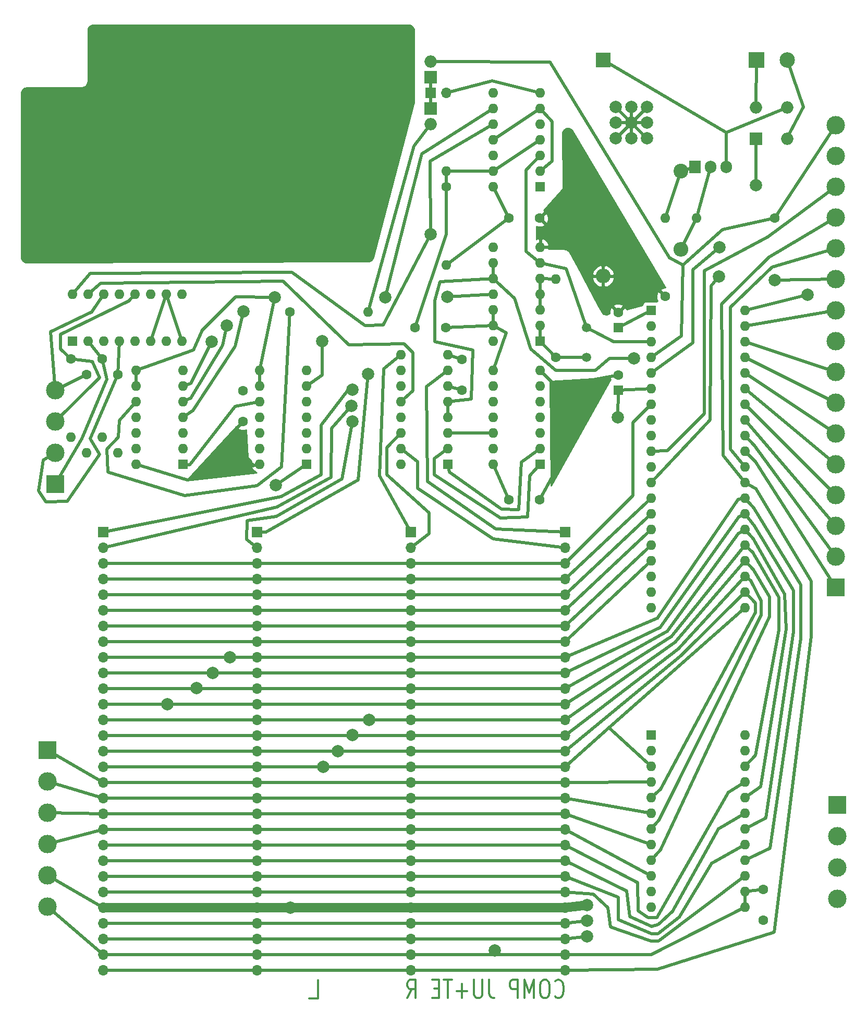
<source format=gbr>
%TF.GenerationSoftware,KiCad,Pcbnew,5.1.10*%
%TF.CreationDate,2021-11-29T06:36:29+01:00*%
%TF.ProjectId,Tiny2k,54696e79-326b-42e6-9b69-6361645f7063,rev?*%
%TF.SameCoordinates,Original*%
%TF.FileFunction,Copper,L2,Bot*%
%TF.FilePolarity,Positive*%
%FSLAX46Y46*%
G04 Gerber Fmt 4.6, Leading zero omitted, Abs format (unit mm)*
G04 Created by KiCad (PCBNEW 5.1.10) date 2021-11-29 06:36:29*
%MOMM*%
%LPD*%
G01*
G04 APERTURE LIST*
%TA.AperFunction,NonConductor*%
%ADD10C,0.300000*%
%TD*%
%TA.AperFunction,ComponentPad*%
%ADD11O,2.400000X2.400000*%
%TD*%
%TA.AperFunction,ComponentPad*%
%ADD12R,2.400000X2.400000*%
%TD*%
%TA.AperFunction,SMDPad,CuDef*%
%ADD13C,0.100000*%
%TD*%
%TA.AperFunction,SMDPad,CuDef*%
%ADD14R,5.080000X0.500000*%
%TD*%
%TA.AperFunction,SMDPad,CuDef*%
%ADD15R,0.500000X5.080000*%
%TD*%
%TA.AperFunction,SMDPad,CuDef*%
%ADD16C,2.000000*%
%TD*%
%TA.AperFunction,ComponentPad*%
%ADD17O,1.905000X2.000000*%
%TD*%
%TA.AperFunction,ComponentPad*%
%ADD18R,1.905000X2.000000*%
%TD*%
%TA.AperFunction,ComponentPad*%
%ADD19C,2.000000*%
%TD*%
%TA.AperFunction,ComponentPad*%
%ADD20C,3.000000*%
%TD*%
%TA.AperFunction,ComponentPad*%
%ADD21R,3.000000X3.000000*%
%TD*%
%TA.AperFunction,ComponentPad*%
%ADD22O,1.600000X1.600000*%
%TD*%
%TA.AperFunction,ComponentPad*%
%ADD23C,1.600000*%
%TD*%
%TA.AperFunction,ComponentPad*%
%ADD24C,2.400000*%
%TD*%
%TA.AperFunction,ComponentPad*%
%ADD25O,2.000000X2.000000*%
%TD*%
%TA.AperFunction,ComponentPad*%
%ADD26R,2.000000X2.000000*%
%TD*%
%TA.AperFunction,ComponentPad*%
%ADD27R,1.600000X1.600000*%
%TD*%
%TA.AperFunction,ComponentPad*%
%ADD28O,1.700000X1.700000*%
%TD*%
%TA.AperFunction,ComponentPad*%
%ADD29R,1.700000X1.700000*%
%TD*%
%TA.AperFunction,ComponentPad*%
%ADD30C,2.500000*%
%TD*%
%TA.AperFunction,ComponentPad*%
%ADD31R,2.500000X2.500000*%
%TD*%
%TA.AperFunction,ComponentPad*%
%ADD32C,1.500000*%
%TD*%
%TA.AperFunction,ViaPad*%
%ADD33C,2.000000*%
%TD*%
%TA.AperFunction,Conductor*%
%ADD34C,1.500000*%
%TD*%
%TA.AperFunction,Conductor*%
%ADD35C,0.500000*%
%TD*%
%TA.AperFunction,Conductor*%
%ADD36C,0.254000*%
%TD*%
%TA.AperFunction,Conductor*%
%ADD37C,0.100000*%
%TD*%
%TA.AperFunction,NonConductor*%
%ADD38C,0.254000*%
%TD*%
%TA.AperFunction,NonConductor*%
%ADD39C,0.100000*%
%TD*%
G04 APERTURE END LIST*
D10*
X110380952Y-178371428D02*
X110490476Y-178514285D01*
X110819047Y-178657142D01*
X111038095Y-178657142D01*
X111366666Y-178514285D01*
X111585714Y-178228571D01*
X111695238Y-177942857D01*
X111804761Y-177371428D01*
X111804761Y-176942857D01*
X111695238Y-176371428D01*
X111585714Y-176085714D01*
X111366666Y-175800000D01*
X111038095Y-175657142D01*
X110819047Y-175657142D01*
X110490476Y-175800000D01*
X110380952Y-175942857D01*
X108957142Y-175657142D02*
X108519047Y-175657142D01*
X108300000Y-175800000D01*
X108080952Y-176085714D01*
X107971428Y-176657142D01*
X107971428Y-177657142D01*
X108080952Y-178228571D01*
X108300000Y-178514285D01*
X108519047Y-178657142D01*
X108957142Y-178657142D01*
X109176190Y-178514285D01*
X109395238Y-178228571D01*
X109504761Y-177657142D01*
X109504761Y-176657142D01*
X109395238Y-176085714D01*
X109176190Y-175800000D01*
X108957142Y-175657142D01*
X106985714Y-178657142D02*
X106985714Y-175657142D01*
X106219047Y-177800000D01*
X105452380Y-175657142D01*
X105452380Y-178657142D01*
X104357142Y-178657142D02*
X104357142Y-175657142D01*
X103480952Y-175657142D01*
X103261904Y-175800000D01*
X103152380Y-175942857D01*
X103042857Y-176228571D01*
X103042857Y-176657142D01*
X103152380Y-176942857D01*
X103261904Y-177085714D01*
X103480952Y-177228571D01*
X104357142Y-177228571D01*
X99647619Y-175657142D02*
X99647619Y-177800000D01*
X99757142Y-178228571D01*
X99976190Y-178514285D01*
X100304761Y-178657142D01*
X100523809Y-178657142D01*
X98552380Y-175657142D02*
X98552380Y-178085714D01*
X98442857Y-178371428D01*
X98333333Y-178514285D01*
X98114285Y-178657142D01*
X97676190Y-178657142D01*
X97457142Y-178514285D01*
X97347619Y-178371428D01*
X97238095Y-178085714D01*
X97238095Y-175657142D01*
X96142857Y-177514285D02*
X94390476Y-177514285D01*
X95266666Y-178657142D02*
X95266666Y-176371428D01*
X93623809Y-175657142D02*
X92309523Y-175657142D01*
X92966666Y-178657142D02*
X92966666Y-175657142D01*
X91542857Y-177085714D02*
X90776190Y-177085714D01*
X90447619Y-178657142D02*
X91542857Y-178657142D01*
X91542857Y-175657142D01*
X90447619Y-175657142D01*
X86395238Y-178657142D02*
X87161904Y-177228571D01*
X87709523Y-178657142D02*
X87709523Y-175657142D01*
X86833333Y-175657142D01*
X86614285Y-175800000D01*
X86504761Y-175942857D01*
X86395238Y-176228571D01*
X86395238Y-176657142D01*
X86504761Y-176942857D01*
X86614285Y-177085714D01*
X86833333Y-177228571D01*
X87709523Y-177228571D01*
X70471428Y-178757142D02*
X71900000Y-178757142D01*
X71900000Y-175757142D01*
D11*
%TO.P,C5,2*%
%TO.N,GND*%
X118200000Y-61480000D03*
D12*
%TO.P,C5,1*%
%TO.N,Net-(C5-Pad1)*%
X118200000Y-26400000D03*
%TD*%
%TA.AperFunction,SMDPad,CuDef*%
D13*
%TO.P,REF\u002A\u002A,2*%
%TO.N,N/C*%
G36*
X120501903Y-33948350D02*
G01*
X125451650Y-38898097D01*
X125098097Y-39251650D01*
X120148350Y-34301903D01*
X120501903Y-33948350D01*
G37*
%TD.AperFunction*%
%TA.AperFunction,SMDPad,CuDef*%
G36*
X120148350Y-38898097D02*
G01*
X125098097Y-33948350D01*
X125451650Y-34301903D01*
X120501903Y-39251650D01*
X120148350Y-38898097D01*
G37*
%TD.AperFunction*%
D14*
X122800000Y-36600000D03*
D15*
X122800000Y-36600000D03*
D16*
%TO.P,REF\u002A\u002A,1*%
X120260000Y-36600000D03*
X120260000Y-34060000D03*
X122800000Y-34060000D03*
X125340000Y-34060000D03*
X125340000Y-36600000D03*
X125340000Y-39140000D03*
X122800000Y-39140000D03*
X120260000Y-39140000D03*
X122800000Y-36600000D03*
%TD*%
D17*
%TO.P,U14,3*%
%TO.N,Net-(C5-Pad1)*%
X138180000Y-43800000D03*
%TO.P,U14,2*%
%TO.N,+5P*%
X135640000Y-43800000D03*
D18*
%TO.P,U14,1*%
%TO.N,Net-(R1-Pad1)*%
X133100000Y-43800000D03*
%TD*%
D19*
%TO.P,TP1,1*%
%TO.N,~RESET*%
X120600000Y-84400000D03*
%TD*%
D20*
%TO.P,X72,6*%
%TO.N,+5P*%
X27940000Y-163830000D03*
%TO.P,X72,5*%
%TO.N,GND*%
X27940000Y-158750000D03*
%TO.P,X72,4*%
%TO.N,/Hauptplatine/A3*%
X27940000Y-153670000D03*
D21*
%TO.P,X72,1*%
%TO.N,/Hauptplatine/A0*%
X27940000Y-138430000D03*
D20*
%TO.P,X72,3*%
%TO.N,/Hauptplatine/A2*%
X27940000Y-148590000D03*
%TO.P,X72,2*%
%TO.N,/Hauptplatine/A1*%
X27940000Y-143510000D03*
%TD*%
%TO.P,X71,4*%
%TO.N,/Hauptplatine/S3*%
X29210000Y-80010000D03*
D21*
%TO.P,X71,1*%
%TO.N,/Hauptplatine/S0*%
X29210000Y-95250000D03*
D20*
%TO.P,X71,3*%
%TO.N,/Hauptplatine/S2*%
X29210000Y-85090000D03*
%TO.P,X71,2*%
%TO.N,/Hauptplatine/S1*%
X29210000Y-90170000D03*
%TD*%
%TO.P,X9,4*%
%TO.N,U2*%
X156210000Y-162560000D03*
D21*
%TO.P,X9,1*%
%TO.N,+5P*%
X156210000Y-147320000D03*
D20*
%TO.P,X9,3*%
%TO.N,U1*%
X156210000Y-157480000D03*
%TO.P,X9,2*%
%TO.N,GND*%
X156210000Y-152400000D03*
%TD*%
D22*
%TO.P,R4,2*%
%TO.N,+5P*%
X133350000Y-52070000D03*
D23*
%TO.P,R4,1*%
%TO.N,Net-(D1-Pad2)*%
X146050000Y-52070000D03*
%TD*%
D22*
%TO.P,R3,2*%
%TO.N,Net-(R3-Pad2)*%
X110490000Y-62000000D03*
D23*
%TO.P,R3,1*%
%TO.N,Net-(Q1-Pad1)*%
X110490000Y-74700000D03*
%TD*%
D22*
%TO.P,R6,2*%
%TO.N,FF_SYNC*%
X92710000Y-44450000D03*
D23*
%TO.P,R6,1*%
%TO.N,GND*%
X92710000Y-31750000D03*
%TD*%
D22*
%TO.P,R5,2*%
%TO.N,+5P*%
X92710000Y-59690000D03*
D23*
%TO.P,R5,1*%
%TO.N,FF_SYNC*%
X92710000Y-46990000D03*
%TD*%
D22*
%TO.P,R2,2*%
%TO.N,Net-(R1-Pad1)*%
X128270000Y-52070000D03*
D23*
%TO.P,R2,1*%
%TO.N,GND*%
X128270000Y-64770000D03*
%TD*%
D11*
%TO.P,R1,2*%
%TO.N,+5P*%
X130810000Y-57150000D03*
D24*
%TO.P,R1,1*%
%TO.N,Net-(R1-Pad1)*%
X130810000Y-44450000D03*
%TD*%
D25*
%TO.P,D2,2*%
%TO.N,Net-(D2-Pad2)*%
X90170000Y-36830000D03*
D26*
%TO.P,D2,1*%
%TO.N,BAS*%
X90170000Y-34290000D03*
%TD*%
D25*
%TO.P,D1,2*%
%TO.N,Net-(D1-Pad2)*%
X90170000Y-26670000D03*
D26*
%TO.P,D1,1*%
%TO.N,BAS*%
X90170000Y-29210000D03*
%TD*%
D22*
%TO.P,R7,2*%
%TO.N,Net-(D2-Pad2)*%
X80010000Y-67310000D03*
D23*
%TO.P,R7,1*%
%TO.N,Net-(R7-Pad1)*%
X67310000Y-67310000D03*
%TD*%
D22*
%TO.P,R11,2*%
%TO.N,+5P*%
X39370000Y-90170000D03*
D23*
%TO.P,R11,1*%
%TO.N,/Hauptplatine/S1*%
X39370000Y-77470000D03*
%TD*%
D22*
%TO.P,R10,2*%
%TO.N,+5P*%
X31750000Y-87630000D03*
D23*
%TO.P,R10,1*%
%TO.N,/Hauptplatine/S2*%
X31750000Y-74930000D03*
%TD*%
D22*
%TO.P,R9,2*%
%TO.N,+5P*%
X34290000Y-90170000D03*
D23*
%TO.P,R9,1*%
%TO.N,/Hauptplatine/S3*%
X34290000Y-77470000D03*
%TD*%
D22*
%TO.P,R8,2*%
%TO.N,+5P*%
X36830000Y-87630000D03*
D23*
%TO.P,R8,1*%
%TO.N,/Hauptplatine/S0*%
X36830000Y-74930000D03*
%TD*%
D22*
%TO.P,U11,14*%
%TO.N,+5P*%
X100380000Y-47000000D03*
%TO.P,U11,7*%
%TO.N,GND*%
X108000000Y-31760000D03*
%TO.P,U11,13*%
%TO.N,FF_SYNC*%
X100380000Y-44460000D03*
%TO.P,U11,6*%
%TO.N,Net-(U11-Pad11)*%
X108000000Y-34300000D03*
%TO.P,U11,12*%
%TO.N,Net-(U11-Pad12)*%
X100380000Y-41920000D03*
%TO.P,U11,5*%
%TO.N,Net-(U11-Pad5)*%
X108000000Y-36840000D03*
%TO.P,U11,11*%
%TO.N,Net-(U11-Pad11)*%
X100380000Y-39380000D03*
%TO.P,U11,4*%
%TO.N,FF_SYNC*%
X108000000Y-39380000D03*
%TO.P,U11,10*%
%TO.N,+5P*%
X100380000Y-36840000D03*
%TO.P,U11,3*%
%TO.N,TAKT*%
X108000000Y-41920000D03*
%TO.P,U11,9*%
%TO.N,Net-(U11-Pad9)*%
X100380000Y-34300000D03*
%TO.P,U11,2*%
%TO.N,Net-(U11-Pad11)*%
X108000000Y-44460000D03*
%TO.P,U11,8*%
%TO.N,Net-(U11-Pad12)*%
X100380000Y-31760000D03*
D27*
%TO.P,U11,1*%
%TO.N,+5P*%
X108000000Y-47000000D03*
%TD*%
D26*
%TO.P,D3,1*%
%TO.N,GND*%
X143000000Y-39200000D03*
D25*
%TO.P,D3,3*%
%TO.N,Net-(C5-Pad1)*%
X148080000Y-34120000D03*
%TO.P,D3,2*%
%TO.N,Net-(D3-Pad2)*%
X148080000Y-39200000D03*
%TO.P,D3,4*%
%TO.N,Net-(D3-Pad4)*%
X143000000Y-34120000D03*
%TD*%
D28*
%TO.P,X8,2*%
%TO.N,GND*%
X92710000Y-31750000D03*
D29*
%TO.P,X8,1*%
%TO.N,BAS*%
X90170000Y-31750000D03*
%TD*%
D28*
%TO.P,X6,29*%
%TO.N,P34*%
X37000000Y-174120000D03*
%TO.P,X6,28*%
%TO.N,+5P*%
X37000000Y-171580000D03*
%TO.P,X6,27*%
%TO.N,U2*%
X37000000Y-169040000D03*
%TO.P,X6,26*%
%TO.N,U1*%
X37000000Y-166500000D03*
%TO.P,X6,25*%
%TO.N,GND*%
X37000000Y-163960000D03*
%TO.P,X6,24*%
%TO.N,/Hauptplatine/A7*%
X37000000Y-161420000D03*
%TO.P,X6,23*%
%TO.N,/Hauptplatine/A6*%
X37000000Y-158880000D03*
%TO.P,X6,22*%
%TO.N,/Hauptplatine/A5*%
X37000000Y-156340000D03*
%TO.P,X6,21*%
%TO.N,/Hauptplatine/A4*%
X37000000Y-153800000D03*
%TO.P,X6,20*%
%TO.N,/Hauptplatine/A3*%
X37000000Y-151260000D03*
%TO.P,X6,19*%
%TO.N,/Hauptplatine/A2*%
X37000000Y-148720000D03*
%TO.P,X6,18*%
%TO.N,/Hauptplatine/A1*%
X37000000Y-146180000D03*
%TO.P,X6,17*%
%TO.N,/Hauptplatine/A0*%
X37000000Y-143640000D03*
%TO.P,X6,16*%
%TO.N,/Hauptplatine/D0*%
X37000000Y-141100000D03*
%TO.P,X6,15*%
%TO.N,/Hauptplatine/D1*%
X37000000Y-138560000D03*
%TO.P,X6,14*%
%TO.N,/Hauptplatine/D2*%
X37000000Y-136020000D03*
%TO.P,X6,13*%
%TO.N,/Hauptplatine/D3*%
X37000000Y-133480000D03*
%TO.P,X6,12*%
%TO.N,/Hauptplatine/D4*%
X37000000Y-130940000D03*
%TO.P,X6,11*%
%TO.N,/Hauptplatine/D5*%
X37000000Y-128400000D03*
%TO.P,X6,10*%
%TO.N,/Hauptplatine/D6*%
X37000000Y-125860000D03*
%TO.P,X6,9*%
%TO.N,/Hauptplatine/D7*%
X37000000Y-123320000D03*
%TO.P,X6,8*%
%TO.N,/Hauptplatine/A12*%
X37000000Y-120780000D03*
%TO.P,X6,7*%
%TO.N,/Hauptplatine/A11*%
X37000000Y-118240000D03*
%TO.P,X6,6*%
%TO.N,/Hauptplatine/A10*%
X37000000Y-115700000D03*
%TO.P,X6,5*%
%TO.N,/Hauptplatine/A9*%
X37000000Y-113160000D03*
%TO.P,X6,4*%
%TO.N,/Hauptplatine/A8*%
X37000000Y-110620000D03*
%TO.P,X6,3*%
%TO.N,R~W*%
X37000000Y-108080000D03*
%TO.P,X6,2*%
%TO.N,~CS3*%
X37000000Y-105540000D03*
D29*
%TO.P,X6,1*%
%TO.N,~CS4*%
X37000000Y-103000000D03*
%TD*%
D28*
%TO.P,X5,29*%
%TO.N,P34*%
X62000000Y-174120000D03*
%TO.P,X5,28*%
%TO.N,+5P*%
X62000000Y-171580000D03*
%TO.P,X5,27*%
%TO.N,U2*%
X62000000Y-169040000D03*
%TO.P,X5,26*%
%TO.N,U1*%
X62000000Y-166500000D03*
%TO.P,X5,25*%
%TO.N,GND*%
X62000000Y-163960000D03*
%TO.P,X5,24*%
%TO.N,/Hauptplatine/A7*%
X62000000Y-161420000D03*
%TO.P,X5,23*%
%TO.N,/Hauptplatine/A6*%
X62000000Y-158880000D03*
%TO.P,X5,22*%
%TO.N,/Hauptplatine/A5*%
X62000000Y-156340000D03*
%TO.P,X5,21*%
%TO.N,/Hauptplatine/A4*%
X62000000Y-153800000D03*
%TO.P,X5,20*%
%TO.N,/Hauptplatine/A3*%
X62000000Y-151260000D03*
%TO.P,X5,19*%
%TO.N,/Hauptplatine/A2*%
X62000000Y-148720000D03*
%TO.P,X5,18*%
%TO.N,/Hauptplatine/A1*%
X62000000Y-146180000D03*
%TO.P,X5,17*%
%TO.N,/Hauptplatine/A0*%
X62000000Y-143640000D03*
%TO.P,X5,16*%
%TO.N,/Hauptplatine/D0*%
X62000000Y-141100000D03*
%TO.P,X5,15*%
%TO.N,/Hauptplatine/D1*%
X62000000Y-138560000D03*
%TO.P,X5,14*%
%TO.N,/Hauptplatine/D2*%
X62000000Y-136020000D03*
%TO.P,X5,13*%
%TO.N,/Hauptplatine/D3*%
X62000000Y-133480000D03*
%TO.P,X5,12*%
%TO.N,/Hauptplatine/D4*%
X62000000Y-130940000D03*
%TO.P,X5,11*%
%TO.N,/Hauptplatine/D5*%
X62000000Y-128400000D03*
%TO.P,X5,10*%
%TO.N,/Hauptplatine/D6*%
X62000000Y-125860000D03*
%TO.P,X5,9*%
%TO.N,/Hauptplatine/D7*%
X62000000Y-123320000D03*
%TO.P,X5,8*%
%TO.N,/Hauptplatine/A12*%
X62000000Y-120780000D03*
%TO.P,X5,7*%
%TO.N,/Hauptplatine/A11*%
X62000000Y-118240000D03*
%TO.P,X5,6*%
%TO.N,/Hauptplatine/A10*%
X62000000Y-115700000D03*
%TO.P,X5,5*%
%TO.N,/Hauptplatine/A9*%
X62000000Y-113160000D03*
%TO.P,X5,4*%
%TO.N,/Hauptplatine/A8*%
X62000000Y-110620000D03*
%TO.P,X5,3*%
%TO.N,R~W*%
X62000000Y-108080000D03*
%TO.P,X5,2*%
%TO.N,~CS2*%
X62000000Y-105540000D03*
D29*
%TO.P,X5,1*%
%TO.N,~CS5*%
X62000000Y-103000000D03*
%TD*%
D28*
%TO.P,X4,29*%
%TO.N,P34*%
X87000000Y-174120000D03*
%TO.P,X4,28*%
%TO.N,+5P*%
X87000000Y-171580000D03*
%TO.P,X4,27*%
%TO.N,U2*%
X87000000Y-169040000D03*
%TO.P,X4,26*%
%TO.N,U1*%
X87000000Y-166500000D03*
%TO.P,X4,25*%
%TO.N,GND*%
X87000000Y-163960000D03*
%TO.P,X4,24*%
%TO.N,/Hauptplatine/A7*%
X87000000Y-161420000D03*
%TO.P,X4,23*%
%TO.N,/Hauptplatine/A6*%
X87000000Y-158880000D03*
%TO.P,X4,22*%
%TO.N,/Hauptplatine/A5*%
X87000000Y-156340000D03*
%TO.P,X4,21*%
%TO.N,/Hauptplatine/A4*%
X87000000Y-153800000D03*
%TO.P,X4,20*%
%TO.N,/Hauptplatine/A3*%
X87000000Y-151260000D03*
%TO.P,X4,19*%
%TO.N,/Hauptplatine/A2*%
X87000000Y-148720000D03*
%TO.P,X4,18*%
%TO.N,/Hauptplatine/A1*%
X87000000Y-146180000D03*
%TO.P,X4,17*%
%TO.N,/Hauptplatine/A0*%
X87000000Y-143640000D03*
%TO.P,X4,16*%
%TO.N,/Hauptplatine/D0*%
X87000000Y-141100000D03*
%TO.P,X4,15*%
%TO.N,/Hauptplatine/D1*%
X87000000Y-138560000D03*
%TO.P,X4,14*%
%TO.N,/Hauptplatine/D2*%
X87000000Y-136020000D03*
%TO.P,X4,13*%
%TO.N,/Hauptplatine/D3*%
X87000000Y-133480000D03*
%TO.P,X4,12*%
%TO.N,/Hauptplatine/D4*%
X87000000Y-130940000D03*
%TO.P,X4,11*%
%TO.N,/Hauptplatine/D5*%
X87000000Y-128400000D03*
%TO.P,X4,10*%
%TO.N,/Hauptplatine/D6*%
X87000000Y-125860000D03*
%TO.P,X4,9*%
%TO.N,/Hauptplatine/D7*%
X87000000Y-123320000D03*
%TO.P,X4,8*%
%TO.N,/Hauptplatine/A12*%
X87000000Y-120780000D03*
%TO.P,X4,7*%
%TO.N,/Hauptplatine/A11*%
X87000000Y-118240000D03*
%TO.P,X4,6*%
%TO.N,/Hauptplatine/A10*%
X87000000Y-115700000D03*
%TO.P,X4,5*%
%TO.N,/Hauptplatine/A9*%
X87000000Y-113160000D03*
%TO.P,X4,4*%
%TO.N,/Hauptplatine/A8*%
X87000000Y-110620000D03*
%TO.P,X4,3*%
%TO.N,R~W*%
X87000000Y-108080000D03*
%TO.P,X4,2*%
%TO.N,~CS1*%
X87000000Y-105540000D03*
D29*
%TO.P,X4,1*%
%TO.N,~CS6*%
X87000000Y-103000000D03*
%TD*%
D28*
%TO.P,X3,29*%
%TO.N,P34*%
X112000000Y-174120000D03*
%TO.P,X3,28*%
%TO.N,+5P*%
X112000000Y-171580000D03*
%TO.P,X3,27*%
%TO.N,U2*%
X112000000Y-169040000D03*
%TO.P,X3,26*%
%TO.N,U1*%
X112000000Y-166500000D03*
%TO.P,X3,25*%
%TO.N,GND*%
X112000000Y-163960000D03*
%TO.P,X3,24*%
%TO.N,/Hauptplatine/A7*%
X112000000Y-161420000D03*
%TO.P,X3,23*%
%TO.N,/Hauptplatine/A6*%
X112000000Y-158880000D03*
%TO.P,X3,22*%
%TO.N,/Hauptplatine/A5*%
X112000000Y-156340000D03*
%TO.P,X3,21*%
%TO.N,/Hauptplatine/A4*%
X112000000Y-153800000D03*
%TO.P,X3,20*%
%TO.N,/Hauptplatine/A3*%
X112000000Y-151260000D03*
%TO.P,X3,19*%
%TO.N,/Hauptplatine/A2*%
X112000000Y-148720000D03*
%TO.P,X3,18*%
%TO.N,/Hauptplatine/A1*%
X112000000Y-146180000D03*
%TO.P,X3,17*%
%TO.N,/Hauptplatine/A0*%
X112000000Y-143640000D03*
%TO.P,X3,16*%
%TO.N,/Hauptplatine/D0*%
X112000000Y-141100000D03*
%TO.P,X3,15*%
%TO.N,/Hauptplatine/D1*%
X112000000Y-138560000D03*
%TO.P,X3,14*%
%TO.N,/Hauptplatine/D2*%
X112000000Y-136020000D03*
%TO.P,X3,13*%
%TO.N,/Hauptplatine/D3*%
X112000000Y-133480000D03*
%TO.P,X3,12*%
%TO.N,/Hauptplatine/D4*%
X112000000Y-130940000D03*
%TO.P,X3,11*%
%TO.N,/Hauptplatine/D5*%
X112000000Y-128400000D03*
%TO.P,X3,10*%
%TO.N,/Hauptplatine/D6*%
X112000000Y-125860000D03*
%TO.P,X3,9*%
%TO.N,/Hauptplatine/D7*%
X112000000Y-123320000D03*
%TO.P,X3,8*%
%TO.N,/Hauptplatine/A12*%
X112000000Y-120780000D03*
%TO.P,X3,7*%
%TO.N,/Hauptplatine/A11*%
X112000000Y-118240000D03*
%TO.P,X3,6*%
%TO.N,/Hauptplatine/A10*%
X112000000Y-115700000D03*
%TO.P,X3,5*%
%TO.N,/Hauptplatine/A9*%
X112000000Y-113160000D03*
%TO.P,X3,4*%
%TO.N,/Hauptplatine/A8*%
X112000000Y-110620000D03*
%TO.P,X3,3*%
%TO.N,R~W*%
X112000000Y-108080000D03*
%TO.P,X3,2*%
%TO.N,~CS0*%
X112000000Y-105540000D03*
D29*
%TO.P,X3,1*%
%TO.N,~CS7*%
X112000000Y-103000000D03*
%TD*%
D20*
%TO.P,X2,16*%
%TO.N,Net-(D1-Pad2)*%
X156000000Y-37000000D03*
%TO.P,X2,15*%
%TO.N,Net-(U1-Pad40)*%
X156000000Y-42000000D03*
%TO.P,X2,14*%
%TO.N,Net-(U1-Pad10)*%
X156000000Y-47000000D03*
%TO.P,X2,13*%
%TO.N,P34*%
X156000000Y-52000000D03*
%TO.P,X2,12*%
%TO.N,Net-(U1-Pad30)*%
X156000000Y-57000000D03*
%TO.P,X2,11*%
%TO.N,Net-(U1-Pad12)*%
X156000000Y-62000000D03*
%TO.P,X2,10*%
%TO.N,Net-(U1-Pad39)*%
X156000000Y-67000000D03*
%TO.P,X2,9*%
%TO.N,Net-(U1-Pad5)*%
X156000000Y-72000000D03*
%TO.P,X2,8*%
%TO.N,Net-(U1-Pad38)*%
X156000000Y-77000000D03*
%TO.P,X2,7*%
%TO.N,Net-(U1-Pad37)*%
X156000000Y-82000000D03*
%TO.P,X2,6*%
%TO.N,Net-(U1-Pad36)*%
X156000000Y-87000000D03*
%TO.P,X2,5*%
%TO.N,Net-(U1-Pad35)*%
X156000000Y-92000000D03*
%TO.P,X2,4*%
%TO.N,Net-(U1-Pad34)*%
X156000000Y-97000000D03*
%TO.P,X2,3*%
%TO.N,Net-(U1-Pad33)*%
X156000000Y-102000000D03*
%TO.P,X2,2*%
%TO.N,Net-(U1-Pad32)*%
X156000000Y-107000000D03*
D21*
%TO.P,X2,1*%
%TO.N,Net-(U1-Pad31)*%
X156000000Y-112000000D03*
%TD*%
D30*
%TO.P,X1,2*%
%TO.N,Net-(D3-Pad2)*%
X148100000Y-26400000D03*
D31*
%TO.P,X1,1*%
%TO.N,Net-(D3-Pad4)*%
X143100000Y-26400000D03*
%TD*%
D22*
%TO.P,U13,14*%
%TO.N,+5P*%
X42380000Y-92000000D03*
%TO.P,U13,7*%
%TO.N,GND*%
X50000000Y-76760000D03*
%TO.P,U13,13*%
%TO.N,Net-(U13-Pad13)*%
X42380000Y-89460000D03*
%TO.P,U13,6*%
%TO.N,Net-(U12-Pad6)*%
X50000000Y-79300000D03*
%TO.P,U13,12*%
%TO.N,Net-(U13-Pad12)*%
X42380000Y-86920000D03*
%TO.P,U13,5*%
%TO.N,/Hauptplatine/D7*%
X50000000Y-81840000D03*
%TO.P,U13,11*%
%TO.N,Net-(U13-Pad11)*%
X42380000Y-84380000D03*
%TO.P,U13,4*%
%TO.N,/Hauptplatine/D6*%
X50000000Y-84380000D03*
%TO.P,U13,10*%
%TO.N,Net-(R7-Pad1)*%
X42380000Y-81840000D03*
%TO.P,U13,3*%
%TO.N,/Hauptplatine/D5*%
X50000000Y-86920000D03*
%TO.P,U13,9*%
%TO.N,Net-(U11-Pad9)*%
X42380000Y-79300000D03*
%TO.P,U13,2*%
%TO.N,/Hauptplatine/D4*%
X50000000Y-89460000D03*
%TO.P,U13,8*%
%TO.N,Net-(U11-Pad9)*%
X42380000Y-76760000D03*
D27*
%TO.P,U13,1*%
%TO.N,Net-(U12-Pad10)*%
X50000000Y-92000000D03*
%TD*%
D22*
%TO.P,U12,14*%
%TO.N,+5P*%
X62380000Y-92000000D03*
%TO.P,U12,7*%
%TO.N,GND*%
X70000000Y-76760000D03*
%TO.P,U12,13*%
%TO.N,Net-(U12-Pad13)*%
X62380000Y-89460000D03*
%TO.P,U12,6*%
%TO.N,Net-(U12-Pad6)*%
X70000000Y-79300000D03*
%TO.P,U12,12*%
%TO.N,Net-(U12-Pad12)*%
X62380000Y-86920000D03*
%TO.P,U12,5*%
%TO.N,/Hauptplatine/D3*%
X70000000Y-81840000D03*
%TO.P,U12,11*%
%TO.N,Net-(U12-Pad11)*%
X62380000Y-84380000D03*
%TO.P,U12,4*%
%TO.N,/Hauptplatine/D2*%
X70000000Y-84380000D03*
%TO.P,U12,10*%
%TO.N,Net-(U12-Pad10)*%
X62380000Y-81840000D03*
%TO.P,U12,3*%
%TO.N,/Hauptplatine/D1*%
X70000000Y-86920000D03*
%TO.P,U12,9*%
%TO.N,Net-(U11-Pad9)*%
X62380000Y-79300000D03*
%TO.P,U12,2*%
%TO.N,/Hauptplatine/D0*%
X70000000Y-89460000D03*
%TO.P,U12,8*%
%TO.N,Net-(U11-Pad9)*%
X62380000Y-76760000D03*
D27*
%TO.P,U12,1*%
%TO.N,+5P*%
X70000000Y-92000000D03*
%TD*%
D22*
%TO.P,U10,14*%
%TO.N,+5P*%
X100380000Y-92000000D03*
%TO.P,U10,7*%
%TO.N,GND*%
X108000000Y-76760000D03*
%TO.P,U10,13*%
%TO.N,Net-(U10-Pad13)*%
X100380000Y-89460000D03*
%TO.P,U10,6*%
%TO.N,/Hauptplatine/A9*%
X108000000Y-79300000D03*
%TO.P,U10,12*%
%TO.N,/Hauptplatine/A15*%
X100380000Y-86920000D03*
%TO.P,U10,5*%
%TO.N,/Hauptplatine/A10*%
X108000000Y-81840000D03*
%TO.P,U10,11*%
%TO.N,Net-(U10-Pad11)*%
X100380000Y-84380000D03*
%TO.P,U10,4*%
%TO.N,/Hauptplatine/A11*%
X108000000Y-84380000D03*
%TO.P,U10,10*%
%TO.N,Net-(U10-Pad10)*%
X100380000Y-81840000D03*
%TO.P,U10,3*%
%TO.N,/Hauptplatine/A12*%
X108000000Y-86920000D03*
%TO.P,U10,9*%
%TO.N,Net-(U10-Pad9)*%
X100380000Y-79300000D03*
%TO.P,U10,2*%
%TO.N,/Hauptplatine/A13*%
X108000000Y-89460000D03*
%TO.P,U10,8*%
%TO.N,Net-(C6-Pad2)*%
X100380000Y-76760000D03*
D27*
%TO.P,U10,1*%
%TO.N,/Hauptplatine/A14*%
X108000000Y-92000000D03*
%TD*%
D22*
%TO.P,U9,14*%
%TO.N,+5P*%
X100380000Y-72000000D03*
%TO.P,U9,7*%
%TO.N,GND*%
X108000000Y-56760000D03*
%TO.P,U9,13*%
%TO.N,Net-(C6-Pad2)*%
X100380000Y-69460000D03*
%TO.P,U9,6*%
%TO.N,TAKT*%
X108000000Y-59300000D03*
%TO.P,U9,12*%
%TO.N,Net-(C6-Pad2)*%
X100380000Y-66920000D03*
%TO.P,U9,5*%
%TO.N,Net-(R3-Pad2)*%
X108000000Y-61840000D03*
%TO.P,U9,11*%
%TO.N,Net-(U12-Pad6)*%
X100380000Y-64380000D03*
%TO.P,U9,4*%
%TO.N,Net-(R3-Pad2)*%
X108000000Y-64380000D03*
%TO.P,U9,10*%
%TO.N,~DS*%
X100380000Y-61840000D03*
%TO.P,U9,3*%
%TO.N,Net-(R3-Pad2)*%
X108000000Y-66920000D03*
%TO.P,U9,9*%
%TO.N,~DS*%
X100380000Y-59300000D03*
%TO.P,U9,2*%
%TO.N,Net-(Q1-Pad1)*%
X108000000Y-69460000D03*
%TO.P,U9,8*%
%TO.N,Net-(U10-Pad11)*%
X100380000Y-56760000D03*
D27*
%TO.P,U9,1*%
%TO.N,Net-(Q1-Pad1)*%
X108000000Y-72000000D03*
%TD*%
D22*
%TO.P,U8,16*%
%TO.N,+5P*%
X32000000Y-64380000D03*
%TO.P,U8,8*%
%TO.N,GND*%
X49780000Y-72000000D03*
%TO.P,U8,15*%
%TO.N,~CS3*%
X34540000Y-64380000D03*
%TO.P,U8,7*%
%TO.N,Net-(U8-Pad7)*%
X47240000Y-72000000D03*
%TO.P,U8,14*%
%TO.N,/Hauptplatine/S3*%
X37080000Y-64380000D03*
%TO.P,U8,6*%
%TO.N,GND*%
X44700000Y-72000000D03*
%TO.P,U8,13*%
%TO.N,/Hauptplatine/D7*%
X39620000Y-64380000D03*
%TO.P,U8,5*%
%TO.N,/Hauptplatine/D5*%
X42160000Y-72000000D03*
%TO.P,U8,12*%
%TO.N,/Hauptplatine/S2*%
X42160000Y-64380000D03*
%TO.P,U8,4*%
%TO.N,/Hauptplatine/S1*%
X39620000Y-72000000D03*
%TO.P,U8,11*%
%TO.N,/Hauptplatine/D6*%
X44700000Y-64380000D03*
%TO.P,U8,3*%
%TO.N,/Hauptplatine/D4*%
X37080000Y-72000000D03*
%TO.P,U8,10*%
%TO.N,GND*%
X47240000Y-64380000D03*
%TO.P,U8,2*%
%TO.N,/Hauptplatine/S0*%
X34540000Y-72000000D03*
%TO.P,U8,9*%
%TO.N,Net-(U8-Pad9)*%
X49780000Y-64380000D03*
D27*
%TO.P,U8,1*%
%TO.N,~CS3*%
X32000000Y-72000000D03*
%TD*%
D22*
%TO.P,U6,24*%
%TO.N,+5P*%
X141240000Y-136000000D03*
%TO.P,U6,12*%
%TO.N,GND*%
X126000000Y-163940000D03*
%TO.P,U6,23*%
%TO.N,Net-(U6-Pad23)*%
X141240000Y-138540000D03*
%TO.P,U6,11*%
%TO.N,GND*%
X126000000Y-161400000D03*
%TO.P,U6,22*%
%TO.N,/Hauptplatine/D4*%
X141240000Y-141080000D03*
%TO.P,U6,10*%
%TO.N,/Hauptplatine/A3*%
X126000000Y-158860000D03*
%TO.P,U6,21*%
%TO.N,/Hauptplatine/A4*%
X141240000Y-143620000D03*
%TO.P,U6,9*%
%TO.N,/Hauptplatine/D3*%
X126000000Y-156320000D03*
%TO.P,U6,20*%
%TO.N,/Hauptplatine/D5*%
X141240000Y-146160000D03*
%TO.P,U6,8*%
%TO.N,/Hauptplatine/A2*%
X126000000Y-153780000D03*
%TO.P,U6,19*%
%TO.N,/Hauptplatine/A5*%
X141240000Y-148700000D03*
%TO.P,U6,7*%
%TO.N,/Hauptplatine/D2*%
X126000000Y-151240000D03*
%TO.P,U6,18*%
%TO.N,/Hauptplatine/D6*%
X141240000Y-151240000D03*
%TO.P,U6,6*%
%TO.N,/Hauptplatine/A1*%
X126000000Y-148700000D03*
%TO.P,U6,17*%
%TO.N,/Hauptplatine/A6*%
X141240000Y-153780000D03*
%TO.P,U6,5*%
%TO.N,/Hauptplatine/D1*%
X126000000Y-146160000D03*
%TO.P,U6,16*%
%TO.N,/Hauptplatine/D7*%
X141240000Y-156320000D03*
%TO.P,U6,4*%
%TO.N,/Hauptplatine/A0*%
X126000000Y-143620000D03*
%TO.P,U6,15*%
%TO.N,/Hauptplatine/A7*%
X141240000Y-158860000D03*
%TO.P,U6,3*%
%TO.N,/Hauptplatine/D0*%
X126000000Y-141080000D03*
%TO.P,U6,14*%
%TO.N,+5P*%
X141240000Y-161400000D03*
%TO.P,U6,2*%
X126000000Y-138540000D03*
%TO.P,U6,13*%
X141240000Y-163940000D03*
D27*
%TO.P,U6,1*%
%TO.N,Net-(U1-Pad9)*%
X126000000Y-136000000D03*
%TD*%
D22*
%TO.P,U5,16*%
%TO.N,+5P*%
X85380000Y-92000000D03*
%TO.P,U5,8*%
%TO.N,GND*%
X93000000Y-74220000D03*
%TO.P,U5,15*%
%TO.N,~CS0*%
X85380000Y-89460000D03*
%TO.P,U5,7*%
%TO.N,~CS7*%
X93000000Y-76760000D03*
%TO.P,U5,14*%
%TO.N,~CS1*%
X85380000Y-86920000D03*
%TO.P,U5,6*%
%TO.N,+5P*%
X93000000Y-79300000D03*
%TO.P,U5,13*%
%TO.N,~CS2*%
X85380000Y-84380000D03*
%TO.P,U5,5*%
%TO.N,~DS*%
X93000000Y-81840000D03*
%TO.P,U5,12*%
%TO.N,~CS3*%
X85380000Y-81840000D03*
%TO.P,U5,4*%
%TO.N,~DS*%
X93000000Y-84380000D03*
%TO.P,U5,11*%
%TO.N,~CS4*%
X85380000Y-79300000D03*
%TO.P,U5,3*%
%TO.N,/Hauptplatine/A15*%
X93000000Y-86920000D03*
%TO.P,U5,10*%
%TO.N,~CS5*%
X85380000Y-76760000D03*
%TO.P,U5,2*%
%TO.N,/Hauptplatine/A14*%
X93000000Y-89460000D03*
%TO.P,U5,9*%
%TO.N,~CS6*%
X85380000Y-74220000D03*
D27*
%TO.P,U5,1*%
%TO.N,/Hauptplatine/A13*%
X93000000Y-92000000D03*
%TD*%
D22*
%TO.P,U1,40*%
%TO.N,Net-(U1-Pad40)*%
X141240000Y-67000000D03*
%TO.P,U1,20*%
%TO.N,/Hauptplatine/A15*%
X126000000Y-115260000D03*
%TO.P,U1,39*%
%TO.N,Net-(U1-Pad39)*%
X141240000Y-69540000D03*
%TO.P,U1,19*%
%TO.N,/Hauptplatine/A14*%
X126000000Y-112720000D03*
%TO.P,U1,38*%
%TO.N,Net-(U1-Pad38)*%
X141240000Y-72080000D03*
%TO.P,U1,18*%
%TO.N,/Hauptplatine/A13*%
X126000000Y-110180000D03*
%TO.P,U1,37*%
%TO.N,Net-(U1-Pad37)*%
X141240000Y-74620000D03*
%TO.P,U1,17*%
%TO.N,/Hauptplatine/A12*%
X126000000Y-107640000D03*
%TO.P,U1,36*%
%TO.N,Net-(U1-Pad36)*%
X141240000Y-77160000D03*
%TO.P,U1,16*%
%TO.N,/Hauptplatine/A11*%
X126000000Y-105100000D03*
%TO.P,U1,35*%
%TO.N,Net-(U1-Pad35)*%
X141240000Y-79700000D03*
%TO.P,U1,15*%
%TO.N,/Hauptplatine/A10*%
X126000000Y-102560000D03*
%TO.P,U1,34*%
%TO.N,Net-(U1-Pad34)*%
X141240000Y-82240000D03*
%TO.P,U1,14*%
%TO.N,/Hauptplatine/A9*%
X126000000Y-100020000D03*
%TO.P,U1,33*%
%TO.N,Net-(U1-Pad33)*%
X141240000Y-84780000D03*
%TO.P,U1,13*%
%TO.N,/Hauptplatine/A8*%
X126000000Y-97480000D03*
%TO.P,U1,32*%
%TO.N,Net-(U1-Pad32)*%
X141240000Y-87320000D03*
%TO.P,U1,12*%
%TO.N,Net-(U1-Pad12)*%
X126000000Y-94940000D03*
%TO.P,U1,31*%
%TO.N,Net-(U1-Pad31)*%
X141240000Y-89860000D03*
%TO.P,U1,11*%
%TO.N,GND*%
X126000000Y-92400000D03*
%TO.P,U1,30*%
%TO.N,Net-(U1-Pad30)*%
X141240000Y-92400000D03*
%TO.P,U1,10*%
%TO.N,Net-(U1-Pad10)*%
X126000000Y-89860000D03*
%TO.P,U1,29*%
%TO.N,P34*%
X141240000Y-94940000D03*
%TO.P,U1,9*%
%TO.N,Net-(U1-Pad9)*%
X126000000Y-87320000D03*
%TO.P,U1,28*%
%TO.N,/Hauptplatine/D7*%
X141240000Y-97480000D03*
%TO.P,U1,8*%
%TO.N,~DS*%
X126000000Y-84780000D03*
%TO.P,U1,27*%
%TO.N,/Hauptplatine/D6*%
X141240000Y-100020000D03*
%TO.P,U1,7*%
%TO.N,R~W*%
X126000000Y-82240000D03*
%TO.P,U1,26*%
%TO.N,/Hauptplatine/D5*%
X141240000Y-102560000D03*
%TO.P,U1,6*%
%TO.N,~RESET*%
X126000000Y-79700000D03*
%TO.P,U1,25*%
%TO.N,/Hauptplatine/D4*%
X141240000Y-105100000D03*
%TO.P,U1,5*%
%TO.N,Net-(U1-Pad5)*%
X126000000Y-77160000D03*
%TO.P,U1,24*%
%TO.N,/Hauptplatine/D3*%
X141240000Y-107640000D03*
%TO.P,U1,4*%
%TO.N,Net-(D1-Pad2)*%
X126000000Y-74620000D03*
%TO.P,U1,23*%
%TO.N,/Hauptplatine/D2*%
X141240000Y-110180000D03*
%TO.P,U1,3*%
%TO.N,TAKT*%
X126000000Y-72080000D03*
%TO.P,U1,22*%
%TO.N,/Hauptplatine/D1*%
X141240000Y-112720000D03*
%TO.P,U1,2*%
%TO.N,Net-(U1-Pad2)*%
X126000000Y-69540000D03*
%TO.P,U1,21*%
%TO.N,/Hauptplatine/D0*%
X141240000Y-115260000D03*
D27*
%TO.P,U1,1*%
%TO.N,+5P*%
X126000000Y-67000000D03*
%TD*%
D32*
%TO.P,Q1,2*%
%TO.N,TAKT*%
X115500000Y-69800000D03*
%TO.P,Q1,1*%
%TO.N,Net-(Q1-Pad1)*%
X115500000Y-74700000D03*
%TD*%
D23*
%TO.P,C11,2*%
%TO.N,GND*%
X144200000Y-166000000D03*
%TO.P,C11,1*%
%TO.N,+5P*%
X144200000Y-161000000D03*
%TD*%
%TO.P,C10,2*%
%TO.N,GND*%
X107870000Y-52070000D03*
%TO.P,C10,1*%
%TO.N,+5P*%
X102870000Y-52070000D03*
%TD*%
%TO.P,C9,2*%
%TO.N,GND*%
X95250000Y-75010000D03*
%TO.P,C9,1*%
%TO.N,+5P*%
X95250000Y-80010000D03*
%TD*%
%TO.P,C8,2*%
%TO.N,GND*%
X59690000Y-80090000D03*
%TO.P,C8,1*%
%TO.N,+5P*%
X59690000Y-85090000D03*
%TD*%
%TO.P,C7,2*%
%TO.N,GND*%
X107870000Y-97790000D03*
%TO.P,C7,1*%
%TO.N,+5P*%
X102870000Y-97790000D03*
%TD*%
%TO.P,C6,2*%
%TO.N,Net-(C6-Pad2)*%
X92630000Y-69850000D03*
%TO.P,C6,1*%
%TO.N,FF_SYNC*%
X87630000Y-69850000D03*
%TD*%
%TO.P,C2,2*%
%TO.N,GND*%
X120650000Y-67350000D03*
D27*
%TO.P,C2,1*%
%TO.N,+5P*%
X120650000Y-69850000D03*
%TD*%
D23*
%TO.P,C1,2*%
%TO.N,GND*%
X120650000Y-77510000D03*
D27*
%TO.P,C1,1*%
%TO.N,~RESET*%
X120650000Y-80010000D03*
%TD*%
D33*
%TO.N,GND*%
X143000000Y-46700000D03*
X115600000Y-163600000D03*
X67400000Y-164000000D03*
%TO.N,+5P*%
X90200000Y-54700000D03*
X100600000Y-170900000D03*
X65000000Y-95400000D03*
%TO.N,U2*%
X115600000Y-168600000D03*
%TO.N,Net-(U1-Pad40)*%
X151400000Y-64500000D03*
%TO.N,/Hauptplatine/D7*%
X57580000Y-123320000D03*
X57100000Y-69500000D03*
%TO.N,~DS*%
X123200000Y-74800000D03*
%TO.N,/Hauptplatine/D6*%
X54760000Y-125860000D03*
X59800000Y-67200000D03*
%TO.N,/Hauptplatine/D5*%
X52200000Y-128300000D03*
%TO.N,/Hauptplatine/D4*%
X47460000Y-130940000D03*
%TO.N,Net-(U1-Pad5)*%
X137100000Y-56800000D03*
%TO.N,/Hauptplatine/D3*%
X80180000Y-133480000D03*
%TO.N,/Hauptplatine/D2*%
X77500000Y-136000000D03*
%TO.N,/Hauptplatine/D1*%
X75100000Y-138560000D03*
%TO.N,/Hauptplatine/D0*%
X72700000Y-141100000D03*
%TO.N,~CS2*%
X77500000Y-85100000D03*
%TO.N,~CS3*%
X77300000Y-82500000D03*
%TO.N,~CS4*%
X77500000Y-79900000D03*
%TO.N,~CS5*%
X80000000Y-77400000D03*
%TO.N,Net-(U12-Pad6)*%
X92900000Y-64800000D03*
X72600000Y-72000000D03*
X54600000Y-72100000D03*
%TO.N,Net-(U11-Pad9)*%
X64900000Y-64900000D03*
X82800000Y-64900000D03*
%TO.N,U1*%
X115600000Y-166100000D03*
%TO.N,Net-(U1-Pad12)*%
X146100000Y-62100000D03*
X137000000Y-61500000D03*
%TD*%
D34*
%TO.N,GND*%
X62000000Y-163960000D02*
X37000000Y-163960000D01*
X87000000Y-163960000D02*
X112000000Y-163960000D01*
D35*
X47240000Y-64380000D02*
X49780000Y-72000000D01*
X47240000Y-64380000D02*
X44700000Y-72000000D01*
X27940000Y-158750000D02*
X37000000Y-163960000D01*
X143000000Y-39200000D02*
X143000000Y-46700000D01*
D34*
X112000000Y-163960000D02*
X115600000Y-163600000D01*
D35*
X67360000Y-163960000D02*
X67400000Y-164000000D01*
D34*
X62000000Y-163960000D02*
X67360000Y-163960000D01*
X67360000Y-163960000D02*
X87000000Y-163960000D01*
D35*
X95250000Y-75010000D02*
X93000000Y-74220000D01*
X108000000Y-76760000D02*
X110600000Y-79400000D01*
X110600000Y-79400000D02*
X120650000Y-77510000D01*
X107870000Y-97790000D02*
X110200000Y-93600000D01*
X110200000Y-93600000D02*
X110600000Y-79400000D01*
X100200000Y-29800000D02*
X92710000Y-31750000D01*
X108000000Y-31760000D02*
X100200000Y-29800000D01*
%TO.N,~RESET*%
X120650000Y-80010000D02*
X126000000Y-79700000D01*
X120600000Y-84400000D02*
X120650000Y-80010000D01*
%TO.N,+5P*%
X37000000Y-171580000D02*
X62000000Y-171580000D01*
X87000000Y-171580000D02*
X62000000Y-171580000D01*
X112000000Y-171580000D02*
X126000000Y-171600000D01*
X126000000Y-171600000D02*
X141240000Y-163940000D01*
X135640000Y-43800000D02*
X133350000Y-52070000D01*
X130810000Y-57150000D02*
X133350000Y-52070000D01*
X100380000Y-36840000D02*
X90100000Y-42800000D01*
X90100000Y-42800000D02*
X90200000Y-54700000D01*
X90200000Y-54700000D02*
X82500000Y-69400000D01*
X82500000Y-69400000D02*
X79500000Y-69500000D01*
X79500000Y-69500000D02*
X67700000Y-60900000D01*
X67700000Y-60900000D02*
X34900000Y-61000000D01*
X34900000Y-61000000D02*
X32000000Y-64380000D01*
X100380000Y-47000000D02*
X100600000Y-46800000D01*
X27940000Y-163830000D02*
X37000000Y-171580000D01*
X100380000Y-47000000D02*
X102870000Y-52070000D01*
X102870000Y-52070000D02*
X92710000Y-59690000D01*
X102870000Y-97790000D02*
X100380000Y-92000000D01*
X100620000Y-171580000D02*
X100600000Y-170900000D01*
X87000000Y-171580000D02*
X100620000Y-171580000D01*
X100620000Y-171580000D02*
X112000000Y-171580000D01*
X93000000Y-79300000D02*
X95250000Y-80010000D01*
X144200000Y-161000000D02*
X141240000Y-161400000D01*
X141240000Y-161400000D02*
X141240000Y-163940000D01*
X70000000Y-92000000D02*
X65000000Y-95400000D01*
X50600000Y-94600000D02*
X62380000Y-92000000D01*
X42380000Y-92000000D02*
X50600000Y-94600000D01*
X120650000Y-69850000D02*
X126000000Y-67000000D01*
%TO.N,Net-(C5-Pad1)*%
X138180000Y-43800000D02*
X138200000Y-38200000D01*
X138200000Y-38200000D02*
X148080000Y-34120000D01*
X138200000Y-38200000D02*
X118200000Y-26400000D01*
%TO.N,Net-(C6-Pad2)*%
X100380000Y-76760000D02*
X102500000Y-70700000D01*
X102500000Y-70700000D02*
X100380000Y-69460000D01*
X100380000Y-69460000D02*
X92630000Y-69850000D01*
X100380000Y-66920000D02*
X100380000Y-69460000D01*
%TO.N,FF_SYNC*%
X108000000Y-39380000D02*
X100380000Y-44460000D01*
X100380000Y-44460000D02*
X92710000Y-44450000D01*
X92710000Y-46990000D02*
X92710000Y-44450000D01*
X92710000Y-46990000D02*
X92700000Y-54700000D01*
X92700000Y-54700000D02*
X87630000Y-69850000D01*
%TO.N,U2*%
X62000000Y-169040000D02*
X37000000Y-169040000D01*
X62000000Y-169040000D02*
X87000000Y-169040000D01*
X87000000Y-169040000D02*
X112000000Y-169040000D01*
X112000000Y-169040000D02*
X115600000Y-168600000D01*
%TO.N,Net-(D1-Pad2)*%
X146050000Y-52070000D02*
X156000000Y-37000000D01*
X137600000Y-53900000D02*
X146050000Y-52070000D01*
X130900000Y-71200000D02*
X131200000Y-59700000D01*
X131200000Y-59700000D02*
X137600000Y-53900000D01*
X126000000Y-74620000D02*
X130900000Y-71200000D01*
X131200000Y-59700000D02*
X129000000Y-58500000D01*
X129000000Y-58500000D02*
X109600000Y-26700000D01*
X109600000Y-26700000D02*
X90170000Y-26670000D01*
%TO.N,BAS*%
X90170000Y-29210000D02*
X90170000Y-31750000D01*
X90170000Y-34290000D02*
X90170000Y-31750000D01*
%TO.N,Net-(D2-Pad2)*%
X80010000Y-67310000D02*
X87500000Y-40400000D01*
X87500000Y-40400000D02*
X90170000Y-36830000D01*
%TO.N,Net-(D3-Pad2)*%
X148100000Y-26400000D02*
X150700000Y-34000000D01*
X150700000Y-34000000D02*
X148080000Y-39000000D01*
%TO.N,Net-(D3-Pad4)*%
X143100000Y-26400000D02*
X143000000Y-33920000D01*
%TO.N,TAKT*%
X115500000Y-69800000D02*
X119900000Y-72100000D01*
X119900000Y-72100000D02*
X126000000Y-72080000D01*
X115500000Y-69800000D02*
X112200000Y-60300000D01*
X112200000Y-60300000D02*
X108000000Y-59300000D01*
X108000000Y-59300000D02*
X105700000Y-57500000D01*
X105700000Y-57500000D02*
X105700000Y-44300000D01*
X105700000Y-44300000D02*
X108000000Y-41920000D01*
%TO.N,Net-(Q1-Pad1)*%
X108000000Y-69460000D02*
X108000000Y-72000000D01*
X110490000Y-74700000D02*
X108000000Y-72000000D01*
X115500000Y-74700000D02*
X110490000Y-74700000D01*
%TO.N,Net-(R1-Pad1)*%
X133100000Y-43800000D02*
X130810000Y-44450000D01*
X128270000Y-52070000D02*
X130810000Y-44450000D01*
%TO.N,Net-(R3-Pad2)*%
X108000000Y-61840000D02*
X108000000Y-64380000D01*
X108000000Y-66920000D02*
X108000000Y-64380000D01*
X108000000Y-61840000D02*
X110490000Y-62000000D01*
%TO.N,Net-(R7-Pad1)*%
X67310000Y-67310000D02*
X66000000Y-92400000D01*
X66000000Y-92400000D02*
X62000000Y-95500000D01*
X62000000Y-95500000D02*
X50200000Y-97100000D01*
X50200000Y-97100000D02*
X37800000Y-93300000D01*
X37800000Y-93300000D02*
X37600000Y-89600000D01*
X37600000Y-89600000D02*
X39500000Y-87600000D01*
X39500000Y-87600000D02*
X39600000Y-84900000D01*
X39600000Y-84900000D02*
X42380000Y-81840000D01*
%TO.N,/Hauptplatine/S0*%
X34540000Y-72000000D02*
X36830000Y-74930000D01*
X37600000Y-78200000D02*
X36830000Y-74930000D01*
X33500000Y-87900000D02*
X37600000Y-78200000D01*
X29210000Y-95250000D02*
X33500000Y-87900000D01*
%TO.N,/Hauptplatine/S3*%
X37080000Y-64380000D02*
X35163356Y-67324679D01*
X35163356Y-67324679D02*
X28500000Y-70500000D01*
X34290000Y-77470000D02*
X29210000Y-80010000D01*
X28500000Y-70500000D02*
X29210000Y-80010000D01*
%TO.N,/Hauptplatine/S2*%
X31750000Y-74930000D02*
X30100000Y-73300000D01*
X30100000Y-73300000D02*
X30100000Y-70900000D01*
X30100000Y-70900000D02*
X41200000Y-65500000D01*
X41200000Y-65500000D02*
X42160000Y-64380000D01*
X35200000Y-75300000D02*
X36400000Y-78000000D01*
X36400000Y-78000000D02*
X29210000Y-85090000D01*
X31750000Y-74930000D02*
X35200000Y-75300000D01*
%TO.N,/Hauptplatine/S1*%
X39620000Y-72000000D02*
X39370000Y-77470000D01*
X27300000Y-91300000D02*
X29210000Y-90170000D01*
X26500000Y-96300000D02*
X27300000Y-91300000D01*
X31200000Y-98000000D02*
X27700000Y-98100000D01*
X34900000Y-87900000D02*
X36400000Y-90400000D01*
X27700000Y-98100000D02*
X26500000Y-96300000D01*
X36400000Y-90400000D02*
X31200000Y-98000000D01*
X39370000Y-77470000D02*
X34900000Y-87900000D01*
%TO.N,Net-(U1-Pad40)*%
X141240000Y-67000000D02*
X151400000Y-64500000D01*
%TO.N,/Hauptplatine/A15*%
X93000000Y-86920000D02*
X100380000Y-86920000D01*
%TO.N,Net-(U1-Pad39)*%
X141240000Y-69540000D02*
X156000000Y-67000000D01*
%TO.N,/Hauptplatine/A14*%
X108000000Y-92000000D02*
X106300000Y-93900000D01*
X106300000Y-93900000D02*
X105900000Y-100600000D01*
X105900000Y-100600000D02*
X101500000Y-100700000D01*
X101500000Y-100700000D02*
X90800000Y-93700000D01*
X90800000Y-93700000D02*
X90800000Y-91100000D01*
X90800000Y-91100000D02*
X93000000Y-89460000D01*
%TO.N,Net-(U1-Pad38)*%
X141240000Y-72080000D02*
X156000000Y-77000000D01*
%TO.N,/Hauptplatine/A13*%
X104500000Y-99400000D02*
X104900000Y-91700000D01*
X101700000Y-99300000D02*
X104500000Y-99400000D01*
X93200000Y-93300000D02*
X101700000Y-99300000D01*
X93000000Y-92000000D02*
X93200000Y-93300000D01*
X104900000Y-91700000D02*
X108000000Y-89460000D01*
%TO.N,Net-(U1-Pad37)*%
X141240000Y-74620000D02*
X156000000Y-82000000D01*
%TO.N,/Hauptplatine/A12*%
X37000000Y-120780000D02*
X62000000Y-120780000D01*
X87000000Y-120780000D02*
X62000000Y-120780000D01*
X87000000Y-120780000D02*
X112000000Y-120780000D01*
X112000000Y-120780000D02*
X126000000Y-107640000D01*
%TO.N,Net-(U1-Pad36)*%
X141240000Y-77160000D02*
X156000000Y-87000000D01*
%TO.N,/Hauptplatine/A11*%
X62000000Y-118240000D02*
X37000000Y-118240000D01*
X87000000Y-118240000D02*
X62000000Y-118240000D01*
X112000000Y-118240000D02*
X87000000Y-118240000D01*
X112000000Y-118240000D02*
X126000000Y-105100000D01*
%TO.N,Net-(U1-Pad35)*%
X141240000Y-79700000D02*
X156000000Y-92000000D01*
%TO.N,/Hauptplatine/A10*%
X37000000Y-115700000D02*
X62000000Y-115700000D01*
X62000000Y-115700000D02*
X87000000Y-115700000D01*
X87000000Y-115700000D02*
X112000000Y-115700000D01*
X112000000Y-115700000D02*
X126000000Y-102560000D01*
%TO.N,Net-(U1-Pad34)*%
X141240000Y-82240000D02*
X156000000Y-97000000D01*
%TO.N,/Hauptplatine/A9*%
X62000000Y-113160000D02*
X37000000Y-113160000D01*
X62000000Y-113160000D02*
X87000000Y-113160000D01*
X112000000Y-113160000D02*
X87000000Y-113160000D01*
X126000000Y-100020000D02*
X112000000Y-113160000D01*
%TO.N,Net-(U1-Pad33)*%
X141240000Y-84780000D02*
X156000000Y-102000000D01*
%TO.N,/Hauptplatine/A8*%
X37000000Y-110620000D02*
X62000000Y-110620000D01*
X87000000Y-110620000D02*
X62000000Y-110620000D01*
X87000000Y-110620000D02*
X112000000Y-110620000D01*
X126000000Y-97480000D02*
X112000000Y-110620000D01*
%TO.N,Net-(U1-Pad32)*%
X141240000Y-87320000D02*
X142800000Y-89000000D01*
X142800000Y-89000000D02*
X156000000Y-107000000D01*
%TO.N,Net-(U1-Pad31)*%
X141240000Y-89860000D02*
X142900000Y-91600000D01*
X142900000Y-91600000D02*
X156000000Y-112000000D01*
%TO.N,Net-(U1-Pad30)*%
X141240000Y-92400000D02*
X138900000Y-89600000D01*
X138900000Y-89600000D02*
X138900000Y-66500000D01*
X138900000Y-66500000D02*
X145600000Y-60000000D01*
X145600000Y-60000000D02*
X156000000Y-57000000D01*
%TO.N,Net-(U1-Pad10)*%
X156000000Y-47000000D02*
X145000000Y-55100000D01*
X145000000Y-55100000D02*
X134600000Y-60600000D01*
X134600000Y-60600000D02*
X134600000Y-83800000D01*
X134600000Y-83800000D02*
X128600000Y-89800000D01*
X128600000Y-89800000D02*
X126000000Y-89860000D01*
%TO.N,P34*%
X62000000Y-174120000D02*
X37000000Y-174120000D01*
X62000000Y-174120000D02*
X87000000Y-174120000D01*
X87000000Y-174120000D02*
X112000000Y-174120000D01*
X112000000Y-174120000D02*
X127000000Y-174000000D01*
X127000000Y-174000000D02*
X146000000Y-168000000D01*
X146000000Y-168000000D02*
X152000000Y-120000000D01*
X152000000Y-120000000D02*
X152000000Y-111000000D01*
X152000000Y-111000000D02*
X143000000Y-96000000D01*
X143000000Y-96000000D02*
X141240000Y-94940000D01*
X141240000Y-94940000D02*
X137700000Y-90600000D01*
X137700000Y-90600000D02*
X137400000Y-66000000D01*
X137400000Y-66000000D02*
X145100000Y-58400000D01*
X145100000Y-58400000D02*
X156000000Y-52000000D01*
%TO.N,/Hauptplatine/D7*%
X62000000Y-123320000D02*
X87000000Y-123320000D01*
X112000000Y-123320000D02*
X88680000Y-123320000D01*
X88680000Y-123320000D02*
X87000000Y-123320000D01*
X112000000Y-123320000D02*
X127000000Y-117000000D01*
X127000000Y-117000000D02*
X140100000Y-97700000D01*
X140100000Y-97700000D02*
X141240000Y-97480000D01*
X57580000Y-123320000D02*
X37000000Y-123320000D01*
X62000000Y-123320000D02*
X57580000Y-123320000D01*
X141240000Y-97480000D02*
X142700000Y-99100000D01*
X142700000Y-99100000D02*
X150300000Y-111600000D01*
X150300000Y-111600000D02*
X150300000Y-120300000D01*
X150300000Y-120300000D02*
X145300000Y-154300000D01*
X145300000Y-154300000D02*
X141240000Y-156320000D01*
X50000000Y-81840000D02*
X51200000Y-81300000D01*
X51200000Y-81300000D02*
X56400000Y-72700000D01*
X56400000Y-72700000D02*
X57100000Y-69500000D01*
%TO.N,~DS*%
X93000000Y-81840000D02*
X93000000Y-84380000D01*
X100380000Y-59300000D02*
X100380000Y-61840000D01*
X100380000Y-61840000D02*
X103800000Y-65100000D01*
X103800000Y-65100000D02*
X106449999Y-73300000D01*
X123200000Y-74800000D02*
X119200000Y-74800000D01*
X119200000Y-74800000D02*
X116900000Y-76800000D01*
X106449999Y-73300000D02*
X110500000Y-76800000D01*
X116900000Y-76800000D02*
X110500000Y-76800000D01*
X90900000Y-65400000D02*
X91700000Y-62400000D01*
X90900000Y-72100000D02*
X90900000Y-65400000D01*
X97000000Y-73500000D02*
X90900000Y-72100000D01*
X96800000Y-81400000D02*
X97000000Y-73500000D01*
X91700000Y-62400000D02*
X100380000Y-61840000D01*
X93000000Y-81840000D02*
X96800000Y-81400000D01*
%TO.N,/Hauptplatine/D6*%
X62000000Y-125860000D02*
X87000000Y-125860000D01*
X87000000Y-125860000D02*
X112000000Y-125860000D01*
X141240000Y-100020000D02*
X140200000Y-100600000D01*
X140200000Y-100600000D02*
X127400000Y-118500000D01*
X127400000Y-118500000D02*
X112000000Y-125860000D01*
X54760000Y-125860000D02*
X62000000Y-125860000D01*
X37000000Y-125860000D02*
X54760000Y-125860000D01*
X141240000Y-100020000D02*
X142800000Y-102000000D01*
X142800000Y-102000000D02*
X149100000Y-112500000D01*
X149100000Y-112500000D02*
X149100000Y-119200000D01*
X149100000Y-119200000D02*
X144600000Y-149400000D01*
X144600000Y-149400000D02*
X141240000Y-151240000D01*
X50000000Y-84380000D02*
X51600000Y-83300000D01*
X51600000Y-83300000D02*
X58400000Y-72900000D01*
X58400000Y-72900000D02*
X59800000Y-67200000D01*
%TO.N,R~W*%
X37000000Y-108080000D02*
X62000000Y-108080000D01*
X62000000Y-108080000D02*
X87000000Y-108080000D01*
X87000000Y-108080000D02*
X112000000Y-108080000D01*
X126000000Y-82240000D02*
X123000000Y-85240000D01*
X123000000Y-97080000D02*
X112000000Y-108080000D01*
X123000000Y-85240000D02*
X123000000Y-97080000D01*
%TO.N,/Hauptplatine/D5*%
X62000000Y-128400000D02*
X87000000Y-128400000D01*
X87000000Y-128400000D02*
X112000000Y-128400000D01*
X112000000Y-128400000D02*
X128600000Y-119100000D01*
X141240000Y-102560000D02*
X140100000Y-103300000D01*
X140100000Y-103300000D02*
X128600000Y-119100000D01*
X52100000Y-128400000D02*
X52200000Y-128300000D01*
X62000000Y-128400000D02*
X52100000Y-128400000D01*
X52100000Y-128400000D02*
X37000000Y-128400000D01*
X141240000Y-102560000D02*
X142600000Y-104100000D01*
X142600000Y-104100000D02*
X147700000Y-113100000D01*
X147700000Y-113100000D02*
X147900000Y-118800000D01*
X147900000Y-118800000D02*
X143800000Y-144300000D01*
X143800000Y-144300000D02*
X141240000Y-146160000D01*
%TO.N,/Hauptplatine/D4*%
X87000000Y-130940000D02*
X62000000Y-130940000D01*
X87000000Y-130940000D02*
X112000000Y-130940000D01*
X141240000Y-105100000D02*
X129300000Y-120000000D01*
X129300000Y-120000000D02*
X112000000Y-130940000D01*
X47460000Y-130940000D02*
X62000000Y-130940000D01*
X37000000Y-130940000D02*
X47460000Y-130940000D01*
X141240000Y-141080000D02*
X142900000Y-139300000D01*
X142900000Y-139300000D02*
X146700000Y-118900000D01*
X146700000Y-118900000D02*
X146700000Y-113600000D01*
X146700000Y-113600000D02*
X142500000Y-106300000D01*
X142500000Y-106300000D02*
X141240000Y-105100000D01*
%TO.N,Net-(U1-Pad5)*%
X126000000Y-77160000D02*
X132800000Y-72300000D01*
X132800000Y-72300000D02*
X132800000Y-60400000D01*
X132800000Y-60400000D02*
X137100000Y-56800000D01*
%TO.N,/Hauptplatine/D3*%
X62000000Y-133480000D02*
X37000000Y-133480000D01*
X87000000Y-133480000D02*
X112000000Y-133480000D01*
X112000000Y-133480000D02*
X129900000Y-120900000D01*
X129900000Y-120900000D02*
X141240000Y-107640000D01*
X80180000Y-133480000D02*
X87000000Y-133480000D01*
X62000000Y-133480000D02*
X80180000Y-133480000D01*
X141240000Y-107640000D02*
X142600000Y-109100000D01*
X142600000Y-109100000D02*
X145200000Y-113500000D01*
X145200000Y-113500000D02*
X145200000Y-116700000D01*
X145200000Y-116700000D02*
X127500000Y-154600000D01*
X127500000Y-154600000D02*
X126000000Y-156320000D01*
%TO.N,/Hauptplatine/D2*%
X37000000Y-136020000D02*
X62000000Y-136020000D01*
X87000000Y-136020000D02*
X112000000Y-136020000D01*
X141240000Y-110180000D02*
X130400000Y-122000000D01*
X130400000Y-122000000D02*
X112000000Y-136020000D01*
X77520000Y-136020000D02*
X77500000Y-136000000D01*
X87000000Y-136020000D02*
X77520000Y-136020000D01*
X77520000Y-136020000D02*
X62000000Y-136020000D01*
X126000000Y-151240000D02*
X127300000Y-149800000D01*
X127300000Y-149800000D02*
X143900000Y-116500000D01*
X143900000Y-116500000D02*
X143900000Y-114200000D01*
X143900000Y-114200000D02*
X142200000Y-110900000D01*
X142200000Y-110900000D02*
X141240000Y-110180000D01*
%TO.N,/Hauptplatine/D1*%
X62000000Y-138560000D02*
X37000000Y-138560000D01*
X87000000Y-138560000D02*
X112000000Y-138560000D01*
X141240000Y-112720000D02*
X130800000Y-123100000D01*
X130800000Y-123100000D02*
X112000000Y-138560000D01*
X62000000Y-138560000D02*
X75100000Y-138560000D01*
X75100000Y-138560000D02*
X87000000Y-138560000D01*
X141240000Y-112720000D02*
X142900000Y-114500000D01*
X142900000Y-114500000D02*
X142900000Y-116100000D01*
X142900000Y-116100000D02*
X127500000Y-144800000D01*
X127500000Y-144800000D02*
X126000000Y-146160000D01*
%TO.N,/Hauptplatine/D0*%
X61828002Y-141100000D02*
X62000000Y-141100000D01*
X37000000Y-141100000D02*
X61828002Y-141100000D01*
X87000000Y-141100000D02*
X112000000Y-141100000D01*
X72700000Y-141100000D02*
X62000000Y-141100000D01*
X87000000Y-141100000D02*
X72700000Y-141100000D01*
X126000000Y-141080000D02*
X119166667Y-134766667D01*
X119166667Y-134766667D02*
X112000000Y-141100000D01*
X141240000Y-115260000D02*
X119166667Y-134766667D01*
%TO.N,~CS0*%
X85380000Y-89460000D02*
X88100000Y-91600000D01*
X88100000Y-91600000D02*
X88100000Y-95900000D01*
X88100000Y-95900000D02*
X100300000Y-104100000D01*
X100300000Y-104100000D02*
X112000000Y-105540000D01*
%TO.N,~CS7*%
X93000000Y-76760000D02*
X89500000Y-79400000D01*
X89500000Y-79400000D02*
X89700000Y-94800000D01*
X89700000Y-94800000D02*
X100800000Y-102500000D01*
X100800000Y-102500000D02*
X112000000Y-103000000D01*
%TO.N,~CS1*%
X87000000Y-105540000D02*
X89900000Y-103300000D01*
X89900000Y-103300000D02*
X89900000Y-99900000D01*
X89900000Y-99900000D02*
X83100000Y-93700000D01*
X83100000Y-93700000D02*
X83100000Y-89300000D01*
X83100000Y-89300000D02*
X85380000Y-86920000D01*
%TO.N,~CS2*%
X75800000Y-94400000D02*
X77500000Y-85100000D01*
X65100000Y-100500000D02*
X75800000Y-94400000D01*
X60400000Y-101200000D02*
X65100000Y-100500000D01*
X60300000Y-104200000D02*
X60400000Y-101200000D01*
X62000000Y-105540000D02*
X60300000Y-104200000D01*
%TO.N,~CS3*%
X87300000Y-73900000D02*
X85900000Y-72500000D01*
X87300000Y-80100000D02*
X87300000Y-73900000D01*
X85380000Y-81840000D02*
X87300000Y-80100000D01*
X85900000Y-72500000D02*
X76900000Y-72600000D01*
X76900000Y-72600000D02*
X66200000Y-62300000D01*
X66200000Y-62300000D02*
X36600000Y-62600000D01*
X36600000Y-62600000D02*
X34540000Y-64380000D01*
X37000000Y-105540000D02*
X65200000Y-99000000D01*
X65200000Y-99000000D02*
X74000000Y-94100000D01*
X74000000Y-94100000D02*
X74100000Y-86200000D01*
X74100000Y-86200000D02*
X77300000Y-82500000D01*
%TO.N,~CS4*%
X37000000Y-103000000D02*
X65900000Y-97300000D01*
X65900000Y-97300000D02*
X72400000Y-93700000D01*
X72400000Y-93700000D02*
X72400000Y-85700000D01*
X72400000Y-85700000D02*
X76800000Y-79900000D01*
X76800000Y-79900000D02*
X77500000Y-79900000D01*
%TO.N,~CS5*%
X63400000Y-103000000D02*
X78400000Y-94600000D01*
X78400000Y-94600000D02*
X80000000Y-77400000D01*
X62000000Y-103000000D02*
X63400000Y-103000000D01*
%TO.N,~CS6*%
X87000000Y-103000000D02*
X81900000Y-93900000D01*
X81900000Y-93900000D02*
X82600000Y-76500000D01*
X82600000Y-76500000D02*
X85380000Y-74220000D01*
%TO.N,/Hauptplatine/A3*%
X37000000Y-151260000D02*
X62000000Y-151260000D01*
X62000000Y-151260000D02*
X87000000Y-151260000D01*
X87000000Y-151260000D02*
X112000000Y-151260000D01*
X112000000Y-151260000D02*
X126000000Y-158860000D01*
X27940000Y-153670000D02*
X37000000Y-151260000D01*
%TO.N,/Hauptplatine/A4*%
X62000000Y-153800000D02*
X37000000Y-153800000D01*
X62000000Y-153800000D02*
X87000000Y-153800000D01*
X87000000Y-153800000D02*
X112000000Y-153800000D01*
X123800000Y-159900000D02*
X112000000Y-153800000D01*
X123900000Y-164500000D02*
X123800000Y-159900000D01*
X125500000Y-165600000D02*
X123900000Y-164500000D01*
X126900000Y-165600000D02*
X125500000Y-165600000D01*
X138500000Y-145300000D02*
X126900000Y-165600000D01*
X141240000Y-143620000D02*
X138500000Y-145300000D01*
%TO.N,/Hauptplatine/A2*%
X62000000Y-148720000D02*
X37000000Y-148720000D01*
X87000000Y-148720000D02*
X62000000Y-148720000D01*
X87000000Y-148720000D02*
X112000000Y-148720000D01*
X112000000Y-148720000D02*
X126000000Y-153780000D01*
X27940000Y-148590000D02*
X37000000Y-148720000D01*
%TO.N,/Hauptplatine/A5*%
X37000000Y-156340000D02*
X62000000Y-156340000D01*
X87000000Y-156340000D02*
X62000000Y-156340000D01*
X87000000Y-156340000D02*
X112000000Y-156340000D01*
X112000000Y-156340000D02*
X122000000Y-161300000D01*
X122000000Y-161300000D02*
X122500000Y-165400000D01*
X122500000Y-165400000D02*
X126100000Y-167000000D01*
X126100000Y-167000000D02*
X127200000Y-166700000D01*
X127200000Y-166700000D02*
X129500000Y-164600000D01*
X129500000Y-164600000D02*
X136900000Y-151200000D01*
X136900000Y-151200000D02*
X141240000Y-148700000D01*
%TO.N,/Hauptplatine/A1*%
X37000000Y-146180000D02*
X62000000Y-146180000D01*
X62000000Y-146180000D02*
X87000000Y-146180000D01*
X87000000Y-146180000D02*
X112000000Y-146180000D01*
X112000000Y-146180000D02*
X126000000Y-148700000D01*
X27940000Y-143510000D02*
X37000000Y-146180000D01*
%TO.N,/Hauptplatine/A6*%
X62000000Y-158880000D02*
X37000000Y-158880000D01*
X62000000Y-158880000D02*
X87000000Y-158880000D01*
X87000000Y-158880000D02*
X112000000Y-158880000D01*
X141240000Y-153780000D02*
X135800000Y-156800000D01*
X135800000Y-156800000D02*
X130600000Y-165500000D01*
X130600000Y-165500000D02*
X127100000Y-168200000D01*
X127100000Y-168200000D02*
X126100000Y-168200000D01*
X126100000Y-168200000D02*
X120700000Y-165900000D01*
X120700000Y-165900000D02*
X120700000Y-162300000D01*
X120700000Y-162300000D02*
X112000000Y-158880000D01*
%TO.N,/Hauptplatine/A0*%
X62000000Y-143640000D02*
X37000000Y-143640000D01*
X87000000Y-143640000D02*
X62000000Y-143640000D01*
X87000000Y-143640000D02*
X112000000Y-143640000D01*
X112000000Y-143640000D02*
X126000000Y-143620000D01*
X27940000Y-138430000D02*
X37000000Y-143640000D01*
%TO.N,/Hauptplatine/A7*%
X37000000Y-161420000D02*
X62000000Y-161420000D01*
X87000000Y-161420000D02*
X112000000Y-161420000D01*
X62000000Y-161420000D02*
X87000000Y-161420000D01*
X127200000Y-169400000D02*
X141240000Y-158860000D01*
X126000000Y-169400000D02*
X127200000Y-169400000D01*
X119400000Y-167100000D02*
X126000000Y-169400000D01*
X119000000Y-164000000D02*
X119400000Y-167100000D01*
X116600000Y-161800000D02*
X119000000Y-164000000D01*
X112000000Y-161420000D02*
X116600000Y-161800000D01*
%TO.N,Net-(U12-Pad6)*%
X100380000Y-64380000D02*
X92900000Y-64800000D01*
X72600000Y-72000000D02*
X72600000Y-77500000D01*
X72600000Y-77500000D02*
X70000000Y-79300000D01*
X54600000Y-72100000D02*
X51200000Y-78900000D01*
X51200000Y-78900000D02*
X50000000Y-79300000D01*
%TO.N,Net-(U11-Pad9)*%
X62380000Y-76760000D02*
X64900000Y-64900000D01*
X64900000Y-64900000D02*
X58500000Y-64800000D01*
X58500000Y-64800000D02*
X53100000Y-70300000D01*
X53100000Y-70300000D02*
X51700000Y-73500000D01*
X51700000Y-73500000D02*
X42380000Y-76760000D01*
X42380000Y-76760000D02*
X42380000Y-79300000D01*
X62380000Y-76760000D02*
X62380000Y-79300000D01*
X82800000Y-64900000D02*
X88700000Y-41600000D01*
X88700000Y-41600000D02*
X100380000Y-34300000D01*
%TO.N,Net-(U12-Pad10)*%
X50000000Y-92000000D02*
X51100000Y-92100000D01*
X51100000Y-92100000D02*
X58400000Y-82600000D01*
X58400000Y-82600000D02*
X62380000Y-81840000D01*
%TO.N,U1*%
X37000000Y-166500000D02*
X62000000Y-166500000D01*
X87000000Y-166500000D02*
X87000000Y-167000000D01*
X62000000Y-166500000D02*
X87000000Y-166500000D01*
X87000000Y-166500000D02*
X112500000Y-166500000D01*
X112000000Y-166500000D02*
X115600000Y-166100000D01*
%TO.N,Net-(U11-Pad11)*%
X108000000Y-44460000D02*
X109900000Y-42800000D01*
X109900000Y-42800000D02*
X109900000Y-36400000D01*
X109900000Y-36400000D02*
X108000000Y-34300000D01*
X108000000Y-34300000D02*
X100380000Y-39380000D01*
%TO.N,Net-(U1-Pad12)*%
X156000000Y-62000000D02*
X146100000Y-62100000D01*
X135600000Y-84800000D02*
X126000000Y-94940000D01*
X135700000Y-63100000D02*
X135600000Y-84800000D01*
X137000000Y-61500000D02*
X135700000Y-63100000D01*
%TD*%
D36*
%TO.N,GND*%
X119346397Y-78126292D02*
X119407491Y-78240591D01*
X109721591Y-95523275D01*
X109528370Y-78519805D01*
X119285811Y-77956875D01*
X119346397Y-78126292D01*
%TA.AperFunction,Conductor*%
D37*
G36*
X119346397Y-78126292D02*
G01*
X119407491Y-78240591D01*
X109721591Y-95523275D01*
X109528370Y-78519805D01*
X119285811Y-77956875D01*
X119346397Y-78126292D01*
G37*
%TD.AperFunction*%
%TD*%
D36*
%TO.N,+5P*%
X59883748Y-85075858D02*
X59869605Y-85090000D01*
X59883748Y-85104143D01*
X59704143Y-85283748D01*
X59690000Y-85269605D01*
X58876903Y-86082702D01*
X58948486Y-86326671D01*
X59203996Y-86447571D01*
X59478184Y-86516300D01*
X59760512Y-86530217D01*
X60040130Y-86488787D01*
X60215491Y-86426075D01*
X60473219Y-90807458D01*
X60477110Y-90832048D01*
X60485724Y-90855407D01*
X60499337Y-90877433D01*
X61018147Y-91551885D01*
X60988096Y-91650961D01*
X61110085Y-91873000D01*
X61265158Y-91873000D01*
X61460542Y-92127000D01*
X61110085Y-92127000D01*
X60988096Y-92349039D01*
X61028754Y-92483087D01*
X61148963Y-92737420D01*
X61316481Y-92963414D01*
X61524869Y-93152385D01*
X61766119Y-93297070D01*
X61913192Y-93349736D01*
X50525443Y-94635450D01*
X58629401Y-85883175D01*
X58697298Y-85903097D01*
X59510395Y-85090000D01*
X59496253Y-85075858D01*
X59675858Y-84896253D01*
X59690000Y-84910395D01*
X59704143Y-84896253D01*
X59883748Y-85075858D01*
%TA.AperFunction,Conductor*%
D37*
G36*
X59883748Y-85075858D02*
G01*
X59869605Y-85090000D01*
X59883748Y-85104143D01*
X59704143Y-85283748D01*
X59690000Y-85269605D01*
X58876903Y-86082702D01*
X58948486Y-86326671D01*
X59203996Y-86447571D01*
X59478184Y-86516300D01*
X59760512Y-86530217D01*
X60040130Y-86488787D01*
X60215491Y-86426075D01*
X60473219Y-90807458D01*
X60477110Y-90832048D01*
X60485724Y-90855407D01*
X60499337Y-90877433D01*
X61018147Y-91551885D01*
X60988096Y-91650961D01*
X61110085Y-91873000D01*
X61265158Y-91873000D01*
X61460542Y-92127000D01*
X61110085Y-92127000D01*
X60988096Y-92349039D01*
X61028754Y-92483087D01*
X61148963Y-92737420D01*
X61316481Y-92963414D01*
X61524869Y-93152385D01*
X61766119Y-93297070D01*
X61913192Y-93349736D01*
X50525443Y-94635450D01*
X58629401Y-85883175D01*
X58697298Y-85903097D01*
X59510395Y-85090000D01*
X59496253Y-85075858D01*
X59675858Y-84896253D01*
X59690000Y-84910395D01*
X59704143Y-84896253D01*
X59883748Y-85075858D01*
G37*
%TD.AperFunction*%
%TD*%
D38*
X86770189Y-20744376D02*
X86933850Y-20794022D01*
X87084672Y-20874638D01*
X87216870Y-20983130D01*
X87325362Y-21115328D01*
X87405978Y-21266150D01*
X87455624Y-21429811D01*
X87473000Y-21606234D01*
X87473000Y-33063257D01*
X87442533Y-33300160D01*
X80873298Y-58417825D01*
X80815360Y-58576799D01*
X80731886Y-58717057D01*
X80623749Y-58839311D01*
X80494729Y-58939287D01*
X80349355Y-59013478D01*
X80192696Y-59059296D01*
X80024293Y-59075712D01*
X24609311Y-59269470D01*
X24432425Y-59252634D01*
X24268269Y-59203346D01*
X24116917Y-59122914D01*
X23984210Y-59014441D01*
X23875276Y-58882116D01*
X23794315Y-58731049D01*
X23744455Y-58567067D01*
X23727000Y-58390241D01*
X23727000Y-31806234D01*
X23744376Y-31629811D01*
X23794022Y-31466150D01*
X23874638Y-31315328D01*
X23983130Y-31183130D01*
X24115328Y-31074638D01*
X24266150Y-30994022D01*
X24429811Y-30944376D01*
X24606234Y-30927000D01*
X33400000Y-30927000D01*
X33412448Y-30926388D01*
X33607538Y-30907173D01*
X33631956Y-30902317D01*
X33819549Y-30845412D01*
X33842550Y-30835884D01*
X34015437Y-30743474D01*
X34036138Y-30729642D01*
X34187675Y-30605279D01*
X34205279Y-30587675D01*
X34329642Y-30436138D01*
X34343474Y-30415437D01*
X34435884Y-30242550D01*
X34445412Y-30219549D01*
X34502317Y-30031956D01*
X34507173Y-30007538D01*
X34526388Y-29812448D01*
X34527000Y-29800000D01*
X34527000Y-21606234D01*
X34544376Y-21429811D01*
X34594022Y-21266150D01*
X34674638Y-21115328D01*
X34783130Y-20983130D01*
X34915328Y-20874638D01*
X35066150Y-20794022D01*
X35229811Y-20744376D01*
X35406234Y-20727000D01*
X86593766Y-20727000D01*
X86770189Y-20744376D01*
%TA.AperFunction,NonConductor*%
D39*
G36*
X86770189Y-20744376D02*
G01*
X86933850Y-20794022D01*
X87084672Y-20874638D01*
X87216870Y-20983130D01*
X87325362Y-21115328D01*
X87405978Y-21266150D01*
X87455624Y-21429811D01*
X87473000Y-21606234D01*
X87473000Y-33063257D01*
X87442533Y-33300160D01*
X80873298Y-58417825D01*
X80815360Y-58576799D01*
X80731886Y-58717057D01*
X80623749Y-58839311D01*
X80494729Y-58939287D01*
X80349355Y-59013478D01*
X80192696Y-59059296D01*
X80024293Y-59075712D01*
X24609311Y-59269470D01*
X24432425Y-59252634D01*
X24268269Y-59203346D01*
X24116917Y-59122914D01*
X23984210Y-59014441D01*
X23875276Y-58882116D01*
X23794315Y-58731049D01*
X23744455Y-58567067D01*
X23727000Y-58390241D01*
X23727000Y-31806234D01*
X23744376Y-31629811D01*
X23794022Y-31466150D01*
X23874638Y-31315328D01*
X23983130Y-31183130D01*
X24115328Y-31074638D01*
X24266150Y-30994022D01*
X24429811Y-30944376D01*
X24606234Y-30927000D01*
X33400000Y-30927000D01*
X33412448Y-30926388D01*
X33607538Y-30907173D01*
X33631956Y-30902317D01*
X33819549Y-30845412D01*
X33842550Y-30835884D01*
X34015437Y-30743474D01*
X34036138Y-30729642D01*
X34187675Y-30605279D01*
X34205279Y-30587675D01*
X34329642Y-30436138D01*
X34343474Y-30415437D01*
X34435884Y-30242550D01*
X34445412Y-30219549D01*
X34502317Y-30031956D01*
X34507173Y-30007538D01*
X34526388Y-29812448D01*
X34527000Y-29800000D01*
X34527000Y-21606234D01*
X34544376Y-21429811D01*
X34594022Y-21266150D01*
X34674638Y-21115328D01*
X34783130Y-20983130D01*
X34915328Y-20874638D01*
X35066150Y-20794022D01*
X35229811Y-20744376D01*
X35406234Y-20727000D01*
X86593766Y-20727000D01*
X86770189Y-20744376D01*
G37*
%TD.AperFunction*%
D36*
%TO.N,GND*%
X112657852Y-37502890D02*
X112824081Y-37559836D01*
X112975518Y-37648933D01*
X113106035Y-37766574D01*
X113214152Y-37913167D01*
X128265386Y-63333031D01*
X128199488Y-63329783D01*
X127919870Y-63371213D01*
X127653708Y-63466397D01*
X127528486Y-63533329D01*
X127456903Y-63777298D01*
X128270000Y-64590395D01*
X128284143Y-64576253D01*
X128463748Y-64755858D01*
X128449605Y-64770000D01*
X128463748Y-64784143D01*
X128284143Y-64963748D01*
X128270000Y-64949605D01*
X128255858Y-64963748D01*
X128076253Y-64784143D01*
X128090395Y-64770000D01*
X127277298Y-63956903D01*
X127033329Y-64028486D01*
X126912429Y-64283996D01*
X126843700Y-64558184D01*
X126829783Y-64840512D01*
X126871213Y-65120130D01*
X126966397Y-65386292D01*
X127029093Y-65503588D01*
X126808255Y-65562741D01*
X126800000Y-65561928D01*
X125200000Y-65561928D01*
X125075518Y-65574188D01*
X124955820Y-65610498D01*
X124845506Y-65669463D01*
X124748815Y-65748815D01*
X124669463Y-65845506D01*
X124610498Y-65955820D01*
X124574188Y-66075518D01*
X124565526Y-66163472D01*
X121995829Y-66851784D01*
X121953603Y-66733708D01*
X121886671Y-66608486D01*
X121642702Y-66536903D01*
X121083428Y-67096177D01*
X120399711Y-67279316D01*
X119657298Y-66536903D01*
X119413329Y-66608486D01*
X119292429Y-66863996D01*
X119223700Y-67138184D01*
X119209783Y-67420512D01*
X119235083Y-67591269D01*
X118938042Y-67670834D01*
X118767589Y-67699396D01*
X118600938Y-67695168D01*
X118438122Y-67659317D01*
X118285110Y-67593154D01*
X118147469Y-67499088D01*
X118030237Y-67380563D01*
X117934296Y-67236816D01*
X117461963Y-66357298D01*
X119836903Y-66357298D01*
X120650000Y-67170395D01*
X121463097Y-66357298D01*
X121391514Y-66113329D01*
X121136004Y-65992429D01*
X120861816Y-65923700D01*
X120579488Y-65909783D01*
X120299870Y-65951213D01*
X120033708Y-66046397D01*
X119908486Y-66113329D01*
X119836903Y-66357298D01*
X117461963Y-66357298D01*
X115063829Y-61891806D01*
X116411801Y-61891806D01*
X116526500Y-62232754D01*
X116705511Y-62544774D01*
X116941954Y-62815875D01*
X117226743Y-63035639D01*
X117548934Y-63195621D01*
X117788195Y-63268195D01*
X118073000Y-63151432D01*
X118073000Y-61607000D01*
X118327000Y-61607000D01*
X118327000Y-63151432D01*
X118611805Y-63268195D01*
X118851066Y-63195621D01*
X119173257Y-63035639D01*
X119458046Y-62815875D01*
X119694489Y-62544774D01*
X119873500Y-62232754D01*
X119988199Y-61891806D01*
X119871854Y-61607000D01*
X118327000Y-61607000D01*
X118073000Y-61607000D01*
X116528146Y-61607000D01*
X116411801Y-61891806D01*
X115063829Y-61891806D01*
X114621519Y-61068194D01*
X116411801Y-61068194D01*
X116528146Y-61353000D01*
X118073000Y-61353000D01*
X118073000Y-59808568D01*
X118327000Y-59808568D01*
X118327000Y-61353000D01*
X119871854Y-61353000D01*
X119988199Y-61068194D01*
X119873500Y-60727246D01*
X119694489Y-60415226D01*
X119458046Y-60144125D01*
X119173257Y-59924361D01*
X118851066Y-59764379D01*
X118611805Y-59691805D01*
X118327000Y-59808568D01*
X118073000Y-59808568D01*
X117788195Y-59691805D01*
X117548934Y-59764379D01*
X117226743Y-59924361D01*
X116941954Y-60144125D01*
X116705511Y-60415226D01*
X116526500Y-60727246D01*
X116411801Y-61068194D01*
X114621519Y-61068194D01*
X112794837Y-57666786D01*
X112787723Y-57655097D01*
X112666113Y-57477583D01*
X112648333Y-57456832D01*
X112491565Y-57309442D01*
X112469757Y-57292974D01*
X112285087Y-57182533D01*
X112260261Y-57171111D01*
X112056240Y-57102733D01*
X112029546Y-57096887D01*
X111815620Y-57073737D01*
X111801956Y-57073000D01*
X109372104Y-57073000D01*
X109269915Y-56887000D01*
X108127000Y-56887000D01*
X108127000Y-56907000D01*
X107873000Y-56907000D01*
X107873000Y-56887000D01*
X107853000Y-56887000D01*
X107853000Y-56633000D01*
X107873000Y-56633000D01*
X107873000Y-55489376D01*
X108127000Y-55489376D01*
X108127000Y-56633000D01*
X109269915Y-56633000D01*
X109391904Y-56410961D01*
X109351246Y-56276913D01*
X109231037Y-56022580D01*
X109063519Y-55796586D01*
X108855131Y-55607615D01*
X108613881Y-55462930D01*
X108349040Y-55368091D01*
X108127000Y-55489376D01*
X107873000Y-55489376D01*
X107650960Y-55368091D01*
X107386119Y-55462930D01*
X107327000Y-55498385D01*
X107327000Y-53400602D01*
X107383996Y-53427571D01*
X107658184Y-53496300D01*
X107940512Y-53510217D01*
X108220130Y-53468787D01*
X108486292Y-53373603D01*
X108611514Y-53306671D01*
X108683097Y-53062702D01*
X107870000Y-52249605D01*
X107855858Y-52263748D01*
X107676253Y-52084143D01*
X107690395Y-52070000D01*
X108049605Y-52070000D01*
X108862702Y-52883097D01*
X109106671Y-52811514D01*
X109227571Y-52556004D01*
X109296300Y-52281816D01*
X109310217Y-51999488D01*
X109268787Y-51719870D01*
X109173603Y-51453708D01*
X109106671Y-51328486D01*
X108862702Y-51256903D01*
X108049605Y-52070000D01*
X107690395Y-52070000D01*
X107676253Y-52055858D01*
X107855858Y-51876253D01*
X107870000Y-51890395D01*
X108683097Y-51077298D01*
X108611514Y-50833329D01*
X108583506Y-50820076D01*
X111440047Y-47574007D01*
X111447366Y-47564873D01*
X111555760Y-47416040D01*
X111567727Y-47395952D01*
X111646997Y-47229769D01*
X111655079Y-47207827D01*
X111702538Y-47029928D01*
X111706459Y-47006875D01*
X111720497Y-46823291D01*
X111720851Y-46811592D01*
X111586900Y-38372697D01*
X111602365Y-38191211D01*
X111652065Y-38022675D01*
X111734527Y-37867524D01*
X111846409Y-37732044D01*
X111983175Y-37621729D01*
X112139267Y-37541063D01*
X112308363Y-37493309D01*
X112483593Y-37480412D01*
X112657852Y-37502890D01*
%TA.AperFunction,Conductor*%
D37*
G36*
X112657852Y-37502890D02*
G01*
X112824081Y-37559836D01*
X112975518Y-37648933D01*
X113106035Y-37766574D01*
X113214152Y-37913167D01*
X128265386Y-63333031D01*
X128199488Y-63329783D01*
X127919870Y-63371213D01*
X127653708Y-63466397D01*
X127528486Y-63533329D01*
X127456903Y-63777298D01*
X128270000Y-64590395D01*
X128284143Y-64576253D01*
X128463748Y-64755858D01*
X128449605Y-64770000D01*
X128463748Y-64784143D01*
X128284143Y-64963748D01*
X128270000Y-64949605D01*
X128255858Y-64963748D01*
X128076253Y-64784143D01*
X128090395Y-64770000D01*
X127277298Y-63956903D01*
X127033329Y-64028486D01*
X126912429Y-64283996D01*
X126843700Y-64558184D01*
X126829783Y-64840512D01*
X126871213Y-65120130D01*
X126966397Y-65386292D01*
X127029093Y-65503588D01*
X126808255Y-65562741D01*
X126800000Y-65561928D01*
X125200000Y-65561928D01*
X125075518Y-65574188D01*
X124955820Y-65610498D01*
X124845506Y-65669463D01*
X124748815Y-65748815D01*
X124669463Y-65845506D01*
X124610498Y-65955820D01*
X124574188Y-66075518D01*
X124565526Y-66163472D01*
X121995829Y-66851784D01*
X121953603Y-66733708D01*
X121886671Y-66608486D01*
X121642702Y-66536903D01*
X121083428Y-67096177D01*
X120399711Y-67279316D01*
X119657298Y-66536903D01*
X119413329Y-66608486D01*
X119292429Y-66863996D01*
X119223700Y-67138184D01*
X119209783Y-67420512D01*
X119235083Y-67591269D01*
X118938042Y-67670834D01*
X118767589Y-67699396D01*
X118600938Y-67695168D01*
X118438122Y-67659317D01*
X118285110Y-67593154D01*
X118147469Y-67499088D01*
X118030237Y-67380563D01*
X117934296Y-67236816D01*
X117461963Y-66357298D01*
X119836903Y-66357298D01*
X120650000Y-67170395D01*
X121463097Y-66357298D01*
X121391514Y-66113329D01*
X121136004Y-65992429D01*
X120861816Y-65923700D01*
X120579488Y-65909783D01*
X120299870Y-65951213D01*
X120033708Y-66046397D01*
X119908486Y-66113329D01*
X119836903Y-66357298D01*
X117461963Y-66357298D01*
X115063829Y-61891806D01*
X116411801Y-61891806D01*
X116526500Y-62232754D01*
X116705511Y-62544774D01*
X116941954Y-62815875D01*
X117226743Y-63035639D01*
X117548934Y-63195621D01*
X117788195Y-63268195D01*
X118073000Y-63151432D01*
X118073000Y-61607000D01*
X118327000Y-61607000D01*
X118327000Y-63151432D01*
X118611805Y-63268195D01*
X118851066Y-63195621D01*
X119173257Y-63035639D01*
X119458046Y-62815875D01*
X119694489Y-62544774D01*
X119873500Y-62232754D01*
X119988199Y-61891806D01*
X119871854Y-61607000D01*
X118327000Y-61607000D01*
X118073000Y-61607000D01*
X116528146Y-61607000D01*
X116411801Y-61891806D01*
X115063829Y-61891806D01*
X114621519Y-61068194D01*
X116411801Y-61068194D01*
X116528146Y-61353000D01*
X118073000Y-61353000D01*
X118073000Y-59808568D01*
X118327000Y-59808568D01*
X118327000Y-61353000D01*
X119871854Y-61353000D01*
X119988199Y-61068194D01*
X119873500Y-60727246D01*
X119694489Y-60415226D01*
X119458046Y-60144125D01*
X119173257Y-59924361D01*
X118851066Y-59764379D01*
X118611805Y-59691805D01*
X118327000Y-59808568D01*
X118073000Y-59808568D01*
X117788195Y-59691805D01*
X117548934Y-59764379D01*
X117226743Y-59924361D01*
X116941954Y-60144125D01*
X116705511Y-60415226D01*
X116526500Y-60727246D01*
X116411801Y-61068194D01*
X114621519Y-61068194D01*
X112794837Y-57666786D01*
X112787723Y-57655097D01*
X112666113Y-57477583D01*
X112648333Y-57456832D01*
X112491565Y-57309442D01*
X112469757Y-57292974D01*
X112285087Y-57182533D01*
X112260261Y-57171111D01*
X112056240Y-57102733D01*
X112029546Y-57096887D01*
X111815620Y-57073737D01*
X111801956Y-57073000D01*
X109372104Y-57073000D01*
X109269915Y-56887000D01*
X108127000Y-56887000D01*
X108127000Y-56907000D01*
X107873000Y-56907000D01*
X107873000Y-56887000D01*
X107853000Y-56887000D01*
X107853000Y-56633000D01*
X107873000Y-56633000D01*
X107873000Y-55489376D01*
X108127000Y-55489376D01*
X108127000Y-56633000D01*
X109269915Y-56633000D01*
X109391904Y-56410961D01*
X109351246Y-56276913D01*
X109231037Y-56022580D01*
X109063519Y-55796586D01*
X108855131Y-55607615D01*
X108613881Y-55462930D01*
X108349040Y-55368091D01*
X108127000Y-55489376D01*
X107873000Y-55489376D01*
X107650960Y-55368091D01*
X107386119Y-55462930D01*
X107327000Y-55498385D01*
X107327000Y-53400602D01*
X107383996Y-53427571D01*
X107658184Y-53496300D01*
X107940512Y-53510217D01*
X108220130Y-53468787D01*
X108486292Y-53373603D01*
X108611514Y-53306671D01*
X108683097Y-53062702D01*
X107870000Y-52249605D01*
X107855858Y-52263748D01*
X107676253Y-52084143D01*
X107690395Y-52070000D01*
X108049605Y-52070000D01*
X108862702Y-52883097D01*
X109106671Y-52811514D01*
X109227571Y-52556004D01*
X109296300Y-52281816D01*
X109310217Y-51999488D01*
X109268787Y-51719870D01*
X109173603Y-51453708D01*
X109106671Y-51328486D01*
X108862702Y-51256903D01*
X108049605Y-52070000D01*
X107690395Y-52070000D01*
X107676253Y-52055858D01*
X107855858Y-51876253D01*
X107870000Y-51890395D01*
X108683097Y-51077298D01*
X108611514Y-50833329D01*
X108583506Y-50820076D01*
X111440047Y-47574007D01*
X111447366Y-47564873D01*
X111555760Y-47416040D01*
X111567727Y-47395952D01*
X111646997Y-47229769D01*
X111655079Y-47207827D01*
X111702538Y-47029928D01*
X111706459Y-47006875D01*
X111720497Y-46823291D01*
X111720851Y-46811592D01*
X111586900Y-38372697D01*
X111602365Y-38191211D01*
X111652065Y-38022675D01*
X111734527Y-37867524D01*
X111846409Y-37732044D01*
X111983175Y-37621729D01*
X112139267Y-37541063D01*
X112308363Y-37493309D01*
X112483593Y-37480412D01*
X112657852Y-37502890D01*
G37*
%TD.AperFunction*%
%TD*%
M02*

</source>
